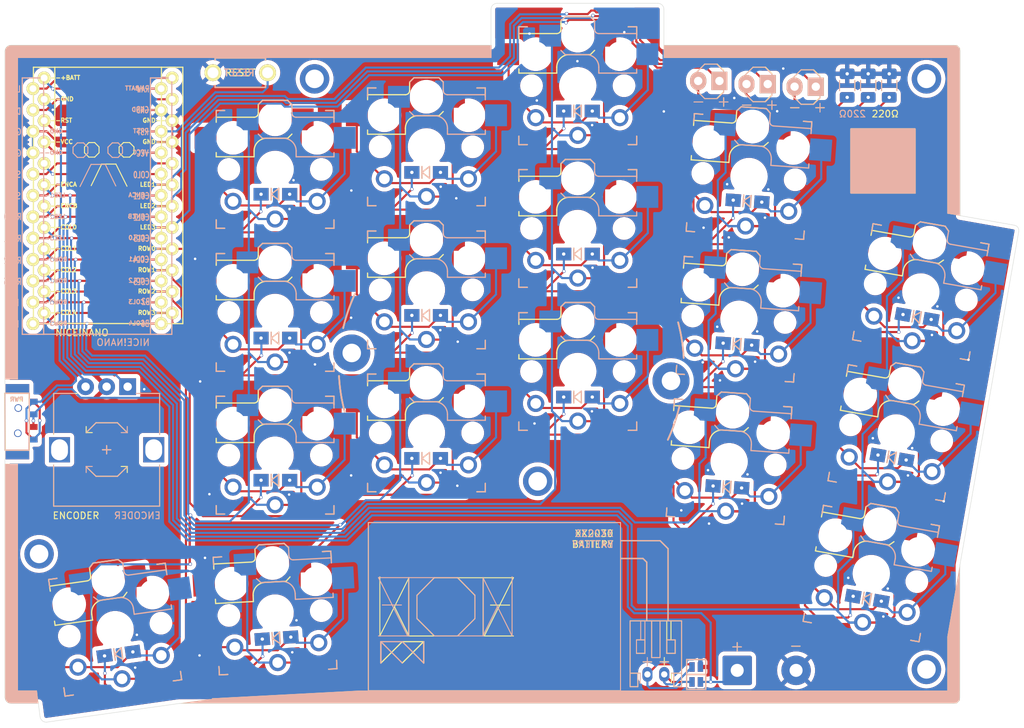
<source format=kicad_pcb>
(kicad_pcb (version 20211014) (generator pcbnew)
  (title_block (title "KLOTZ split keyboard") (date "2022-07-03") (rev "0.2") (comment 1 "Author: GEIST"))
  (layers (0 "F.Cu" signal) (31 "B.Cu" signal) (34 "B.Paste" user) (35 "F.Paste" user) (36 "B.SilkS" user "B.Silkscreen") (37 "F.SilkS" user "F.Silkscreen") (38 "B.Mask" user) (39 "F.Mask" user) (44 "Edge.Cuts" user))
  (net 0 "")
  (net 1 "row0")
  (net 2 "Net-(D1-Pad2)")
  (net 3 "Net-(D2-Pad2)")
  (net 4 "Net-(D3-Pad2)")
  (net 5 "Net-(D4-Pad2)")
  (net 6 "Net-(D5-Pad2)")
  (net 7 "row1")
  (net 8 "Net-(D6-Pad2)")
  (net 9 "Net-(D7-Pad2)")
  (net 10 "Net-(D8-Pad2)")
  (net 11 "Net-(D9-Pad2)")
  (net 12 "Net-(D10-Pad2)")
  (net 13 "row2")
  (net 14 "Net-(D11-Pad2)")
  (net 15 "Net-(D12-Pad2)")
  (net 16 "Net-(D13-Pad2)")
  (net 17 "Net-(D14-Pad2)")
  (net 18 "Net-(D15-Pad2)")
  (net 19 "row3")
  (net 20 "VCC")
  (net 21 "GND")
  (net 22 "RESET")
  (net 23 "col4")
  (net 24 "col3")
  (net 25 "col2")
  (net 26 "col1")
  (net 27 "col0")
  (net 28 "ENCA")
  (net 29 "ENCB")
  (net 30 "Net-(D16-Pad2)")
  (net 31 "LED2")
  (net 32 "unconnected-(U1-Pad1)")
  (net 33 "LED3")
  (net 34 "+BATT")
  (net 35 "Net-(D17-Pad2)")
  (net 36 "LED1")
  (net 37 "/PL1")
  (net 38 "/PL2")
  (net 39 "/PL3")
  (net 40 "unconnected-(PSW1-Pad1)")
  (net 41 "unconnected-(U1-Pad5)")
  (net 42 "unconnected-(U1-Pad20)")
  (net 43 "unconnected-(U1-Pad2)")
  (net 44 "/PAD1")
  (net 45 "/PAD2")
  (net 46 "Net-(BT2-Pad1)")
  (footprint "KLOTZ:LED_3mm_reversible" (layer "F.Cu") (at 180.251019 58.576792)
    (fp_text reference "L1" hide)
    (fp_text value "LED" hide)
  )
  (footprint "KLOTZ:Diode_SOD123" (layer "F.Cu") (at 152.97 61.38)
    (fp_text reference "D3" hide)
    (fp_text value "D_Small" hide)
  )
  (footprint "KLOTZ:Diode_SOD123" (layer "F.Cu") (at 134.92 102.67)
    (fp_text reference "D12" hide)
    (fp_text value "D_Small" hide)
  )
  (footprint "KLOTZ:Jumper" (layer "F.Cu") (at 167.025 129.25)
    (fp_text reference "JP2" hide)
    (fp_text value "Device_Jumper_NO_Small" hide)
  )
  (footprint "KLOTZ:Kailh_socket_PG1350_optional_reversible" (layer "F.Cu") (at 152.944862 58.365117)
    (fp_text reference "SW3" hide)
    (fp_text value "MX_SW_HS" hide)
  )
  (footprint "KLOTZ:Diode_SOD123" (layer "F.Cu") (at 193.285827 85.864798 -10)
    (fp_text reference "D5" hide)
    (fp_text value "D_Small" hide)
  )
  (footprint "KLOTZ:LED_3mm_reversible" (layer "F.Cu") (at 174.500504 58.188721)
    (fp_text reference "L2" hide)
    (fp_text value "LED" hide)
  )
  (footprint "KLOTZ:ResetSW" (layer "F.Cu") (at 112.82 56.82 180)
    (fp_text reference "RSW1" hide)
    (fp_text value "SW_Push" hide)
  )
  (footprint "KLOTZ:Kailh_socket_PG1350_optional_reversible" (layer "F.Cu") (at 187.836064 116.364248 -10)
    (fp_text reference "SW15" hide)
    (fp_text value "MX_SW_HS" hide)
  )
  (footprint "KLOTZ:R_1206_DoubleSided" (layer "F.Cu") (at 189.975 58.35 90)
    (fp_text reference "R3" hide)
    (fp_text value "220" hide)
  )
  (footprint "KLOTZ:Kailh_socket_PG1350_optional_reversible" (layer "F.Cu") (at 134.952431 99.641867)
    (fp_text reference "SW12" hide)
    (fp_text value "MX_SW_HS" hide)
  )
  (footprint "KLOTZ:Diode_SOD123" (layer "F.Cu") (at 116.99 88.37)
    (fp_text reference "D6" hide)
    (fp_text value "D_Small" hide)
  )
  (footprint "KLOTZ:Diode_SOD123" (layer "F.Cu") (at 134.92 85.67)
    (fp_text reference "D7" hide)
    (fp_text value "D_Small" hide)
  )
  (footprint "KLOTZ:SplitkbTentingPuck_threeholes" (layer "F.Cu") (at 145.05 91.8 -5)
    (fp_text reference "REF**" hide)
    (fp_text value "Tenting Puck" hide)
  )
  (footprint "KLOTZ:JST_PH_reversible" (layer "F.Cu") (at 163.225 128.35 180)
    (fp_text reference "BT1")
    (fp_text value "Battery_Cell" hide)
  )
  (footprint "KLOTZ:Kailh_socket_PG1350_optional_reversible" (layer "F.Cu") (at 170.937294 103.063964 -4)
    (fp_text reference "SW14" hide)
    (fp_text value "MX_SW_HS" hide)
  )
  (footprint "MountingHole:MountingHole_2.2mm_M2_ISO7380_Pad" (layer "F.Cu") (at 194.398013 57.553692)
    (fp_text reference "MH2" hide)
    (fp_text value "MountingHole" hide)
  )
  (footprint "KLOTZ:Diode_SOD123" (layer "F.Cu") (at 187.36 119.36 -10)
    (fp_text reference "D15" hide)
    (fp_text value "D_Small" hide)
  )
  (footprint "KLOTZ:Kailh_socket_PG1350_optional_reversible" (layer "F.Cu") (at 152.944862 75.334448)
    (fp_text reference "SW8" hide)
    (fp_text value "MX_SW_HS" hide)
  )
  (footprint "MountingHole:MountingHole_2.2mm_M2_ISO7380_Pad" (layer "F.Cu") (at 148.18216 105.392393)
    (fp_text reference "MH3" hide)
    (fp_text value "MountingHole" hide)
  )
  (footprint "KLOTZ:Kailh_socket_PG1350_optional_reversible" (layer "F.Cu") (at 173.301009 69.160575 -4)
    (fp_text reference "SW4" hide)
    (fp_text value "MX_SW_HS" hide)
  )
  (footprint "KLOTZ:Kailh_socket_PG1350_optional_reversible" (layer "F.Cu") (at 172.101506 86.129911 -4)
    (fp_text reference "SW9" hide)
    (fp_text value "MX_SW_HS" hide)
  )
  (footprint "KLOTZ:Kailh_socket_PG1350_optional_reversible" (layer "F.Cu") (at 152.944862 92.33906)
    (fp_text reference "SW13" hide)
    (fp_text value "MX_SW_HS" hide)
  )
  (footprint "KLOTZ:Kailh_socket_PG1350_optional_reversible" (layer "F.Cu") (at 97.944469 123.032035 8)
    (fp_text reference "SW16" hide)
    (fp_text value "MX_SW_HS" hide)
  )
  (footprint "KLOTZ:Diode_SOD123" (layer "F.Cu") (at 152.97 78.38)
    (fp_text reference "D8" hide)
    (fp_text value "D_Small" hide)
  )
  (footprint "MountingHole:MountingHole_2.2mm_M2_ISO7380_Pad" (layer "F.Cu") (at 88.9 114.03)
    (fp_text reference "MH4" hide)
    (fp_text value "MountingHole" hide)
  )
  (footprint "KLOTZ:Diode_SOD123" (layer "F.Cu") (at 171.924141 89.091414 -4)
    (fp_text reference "D9" hide)
    (fp_text value "D_Small" hide)
  )
  (footprint "KLOTZ:Kailh_socket_PG1350_optional_reversible" (layer "F.Cu") (at 116.96 102.287813)
    (fp_text reference "SW11" hide)
    (fp_text value "MX_SW_HS" hide)
  )
  (footprint "KLOTZ:R_1206_DoubleSided" (layer "F.Cu") (at 187.475 58.35 90)
    (fp_text reference "R2" hide)
    (fp_text value "220" hide)
  )
  (footprint "KLOTZ:Jumper" (layer "F.Cu") (at 167.025 127.475)
    (fp_text reference "JP4" hide)
    (fp_text value "Device_Jumper_NO_Small" hide)
  )
  (footprint "KLOTZ:Diode_SOD123" (layer "F.Cu") (at 190.311654 102.569596 -10)
    (fp_text reference "D10" hide)
    (fp_text value "D_Small" hide)
  )
  (footprint "KLOTZ:Diode_SOD123" (layer "F.Cu") (at 152.97 95.38)
    (fp_text reference "D13" hide)
    (fp_text value "D_Small" hide)
  )
  (footprint "KLOTZ:Diode_SOD123" (layer "F.Cu") (at 98.366544 125.916594 8)
    (fp_text reference "D16" hide)
    (fp_text value "D_Small" hide)
  )
  (footprint "KLOTZ:Diode_SOD123" (layer "F.Cu") (at 117.134141 124.038586 4)
    (fp_text reference "D17" hide)
    (fp_text value "D_Small" hide)
  )
  (footprint "KLOTZ:Kailh_socket_PG1350_optional_reversible" (layer "F.Cu") (at 193.72771 82.88421 -10)
    (fp_text reference "SW5" hide)
    (fp_text value "MX_SW_HS" hide)
  )
  (footprint "MountingHole:MountingHole_2.2mm_M2_ISO7380_Pad" (layer "F.Cu") (at 121.652143 57.553692)
    (fp_text reference "MH1" hide)
    (fp_text value "MountingHole" hide)
  )
  (footprint "KLOTZ:Diode_SOD123" (layer "F.Cu") (at 134.92 68.67)
    (fp_text reference "D2" hide)
    (fp_text value "D_Small" hide)
  )
  (footprint "KLOTZ:Kailh_socket_PG1350_optional_reversible" (layer "F.Cu") (at 116.96 85.318484)
    (fp_text reference "SW6" hide)
    (fp_text value "MX_SW_HS" hide)
  )
  (footprint "KLOTZ:MSK12C02_reversible" (layer "F.Cu") (at 85.025 94.435)
    (fp_text reference "PSW1" hide)
    (fp_text value "SW_DPDT_x2" hide)
  )
  (footprint "KLOTZ:Kailh_socket_PG1350_optional_reversible" (layer "F.Cu") (at 134.952431 65.632647)
    (fp_text reference "SW2" hide)
    (fp_text value "MX_SW_HS" hide)
  )
  (footprint "KLOTZ:Diode_SOD123" (layer "F.Cu") (at 116.99 105.27)
    (fp_text reference "D11" hide)
    (fp_text value "D_Small" hide)
  )
  (footprint "KLOTZ:Diode_SOD123" (layer "F.Cu") (at 116.99 71.27)
    (fp_text reference "D1" hide)
    (fp_text value "D_Small" hide)
  )
  (footprint "KLOTZ:Diode_SOD123" (layer "F.Cu") (at 173.124141 72.091414 -4)
    (fp_text reference "D4" hide)
    (fp_text value "D_Small" hide)
  )
  (footprint "KLOTZ:Kailh_socket_PG1350_optional_reversible" (layer "F.Cu") (at 116.96 68.313872)
    (fp_text reference "SW1" hide)
    (fp_text value "MX_SW_HS" hide)
  )
  (footprint "KLOTZ:Kailh_socket_PG1350_optional_reversible" (layer "F.Cu") (at 116.96 121.056395 3)
    (fp_text reference "SW17" hide)
    (fp_text value "MX_SW_HS" hide)
  )
  (footprint "MountingHole:MountingHole_2.2mm_M2_ISO7380_Pad" (layer "F.Cu") (at 194.398013 127.759458)
    (fp_text reference "MH5" hide)
    (fp_text value "MountingHole" hide)
  )
  (footprint "KLOTZ:Kailh_socket_PG1350_optional_reversible" (layer "F.Cu") (at 134.952431 82.637259)
    (fp_text reference "SW7" hide)
    (fp_text value "MX_SW_HS" hide)
  )
  (footprint "KLOTZ:ProMicro_v2" (layer "F.Cu") (at 97.0625 71.918)
    (fp_text reference "U1" hide)
    (fp_text value "nice!nano" hide)
  )
  (footprint "KLOTZ:Diode_SOD123" (layer "F.Cu") (at 170.728282 106.072828 -4)
    (fp_text reference "D14" hide)
    (fp_text value "D_Small" hide)
  )
  (footprint "Rotary_Encoder:RotaryEncoder_Alps_EC12E_Vertical_H20mm" (layer "F.Cu") (at 99.43 94.15 -90)
    (fp_text reference "SW18" hide)
    (fp_text value "RotaryEncoder" hide)
  )
  (footprint "KLOTZ:LED_3mm_reversible" (layer "F.Cu") (at 168.785254 57.800649)
    (fp_text reference "L3" hide)
    (fp_text value "LED" hide)
  )
  (footprint "KLOTZ:R_1206_DoubleSided" (layer "F.Cu") (at 184.975 58.35 90)
    (fp_text reference "R1" hide)
    (fp_text value "220" hide)
  )
  (footprint "KLOTZ:Kailh_socket_PG1350_optional_reversible" (layer "F.Cu") (at 190.799523 99.641867 -10)
    (fp_text reference "SW10" hide)
    (fp_text value "MX_SW_HS" hide)
  )
  (footprint "KLOTZ:Jumper" (layer "B.Cu") (at 167.025 129.25)
    (fp_text reference "JP3" hide)
    (fp_text value "Device_Jumper_NO_Small" hide)
  )
  (footprint "KLOTZ:custombatteryconnector" (layer "B.Cu") (at 175.3 127.875)
    (fp_text reference "BT2" hide)
    (fp_text value "Battery_Cell" hide)
  )
  (footprint "KLOTZ:Jumper" (layer "B.Cu") (at 167.025 127.475)
    (fp_text reference "JP1" hide)
    (fp_text value "Device_Jumper_NO_Small" hide)
  )
  (gr_line (start 171.9 125.6) (end 171.9 124.57248) (layer "B.SilkS") (width 0.125))
  (gr_line (start 138.663433 123.776073) (end 140.727265 121.712243) (layer "B.SilkS") (width 0.119999))
  (gr_line (start 94.180356 66.88956) (end 94.69938 66.370535) (layer "B.SilkS") (width 0.124999))
  (gr_line (start 92.934696 65.678502) (end 92.934696 65.678502) (layer "B.SilkS") (width 0.124999))
  (gr_line (start 135.9 116.85) (end 135.9 116.85) (layer "B.SilkS") (width 0.119999))
  (gr_line (start 129.708509 120.103157) (end 131.982223 120.103157) (layer "B.SilkS") (width 0.119999))
  (gr_line (start 178.358999 125) (end 179.375 125) (layer "B.SilkS") (width 0.12))
  (gr_line (start 158.075 112.45) (end 162.725 112.45) (layer "B.SilkS") (width 0.15))
  (gr_line (start 141.706709 116.85) (end 141.706709 123.776073) (layer "B.SilkS") (width 0.119999))
  (gr_line (start 98.297955 66.88956) (end 98.81698 66.370535) (layer "B.SilkS") (width 0.124999))
  (gr_line (start 161.21348 127.357999) (end 161.21348 126.341999) (layer "B.SilkS") (width 0.12))
  (gr_line (start 132.08 124.46) (end 129.54 124.46) (layer "B.SilkS") (width 0.15))
  (gr_line (start 129.54 124.46) (end 129.54 127) (layer "B.SilkS") (width 0.15))
  (gr_line (start 98.81698 66.370535) (end 98.81698 65.678502) (layer "B.SilkS") (width 0.124999))
  (gr_line (start 134.62 124.46) (end 134.62 127) (layer "B.SilkS") (width 0.15))
  (gr_poly (pts (xy 142.695732 55.065903) (xy 86.395767 55.065903) (xy 86.395767 93.280782) (xy 84.844612 93.280782) (xy 84.844612 54.184563) (xy 84.879863 54.149312) (xy 84.879863 54.043549) (xy 84.915119 54.008298) (xy 84.915119 53.973046) (xy 84.950378 53.937791) (xy 84.950378 53.902535) (xy 84.985622 53.867284) (xy 84.985622 53.832028) (xy 85.020885 53.79678) (xy 85.056129 53.79678) (xy 85.056129 53.761521) (xy 85.091392 53.726266) (xy 85.126644 53.726266) (xy 85.126644 53.691018) (xy 85.161895 53.691018) (xy 85.197151 53.655759) (xy 85.232402 53.620511) (xy 85.302909 53.620511) (xy 85.338165 53.585252) (xy 85.373413 53.585252) (xy 85.408668 53.55) (xy 142.695732 53.55)) (layer "B.SilkS") (width 0) (fill solid))
  (gr_line (start 94.69938 66.370535) (end 94.69938 65.678502) (layer "B.SilkS") (width 0.124999))
  (gr_line (start 96.43 101.65) (end 97.43 101.65) (layer "B.SilkS") (width 0.12))
  (gr_line (start 132.716806 123.776073) (end 129.253768 123.776073) (layer "B.SilkS") (width 0.119999))
  (gr_line (start 132.856727 116.85) (end 132.856727 116.85) (layer "B.SilkS") (width 0.119999))
  (gr_line (start 93.453721 66.88956) (end 94.180356 66.88956) (layer "B.SilkS") (width 0.124999))
  (gr_line (start 132.856727 116.85) (end 129.253768 116.85) (layer "B.SilkS") (width 0.119999))
  (gr_line (start 98.297955 65.159477) (end 97.605922 65.159477) (layer "B.SilkS") (width 0.124999))
  (gr_line (start 133.836171 118.94881) (end 133.836171 118.94881) (layer "B.SilkS") (width 0.119999))
  (gr_line (start 94.180356 65.159477) (end 93.453721 65.159477) (layer "B.SilkS") (width 0.124999))
  (gr_line (start 132.856727 123.776073) (end 132.856727 116.85) (layer "B.SilkS") (width 0.119999))
  (gr_poly (pts (xy 193.04 71.12) (xy 185.42 71.12) (xy 185.42 63.5) (xy 193.04 63.5)) (layer "B.SilkS") (width 0.15) (fill solid))
  (gr_line (start 96.93 101.15) (end 96.93 102.15) (layer "B.SilkS") (width 0.12))
  (gr_line (start 145.134765 123.776073) (end 141.671728 116.85) (layer "B.SilkS") (width 0.119999))
  (gr_line (start 93.453721 66.88956) (end 93.453721 66.88956) (layer "B.SilkS") (width 0.124999))
  (gr_line (start 133.836171 121.712243) (end 133.836171 121.712243) (layer "B.SilkS") (width 0.119999))
  (gr_line (start 94.180356 66.88956) (end 94.180356 66.88956) (layer "B.SilkS") (width 0.124999))
  (gr_poly (pts (xy 86.391155 130.265) (xy 88.647388 130.265) (xy 88.823657 131.816155) (xy 85.545078 131.816155) (xy 85.474567 131.780915) (xy 85.368801 131.780915) (xy 85.333553 131.74566) (xy 85.263042 131.74566) (xy 85.22779 131.710397) (xy 85.192539 131.710397) (xy 85.157283 131.675149) (xy 85.122032 131.675149) (xy 85.122032 131.639893) (xy 85.08678 131.604646) (xy 85.051517 131.604646) (xy 85.051517 131.569383) (xy 85.016273 131.534135) (xy 84.98101 131.498879) (xy 84.945766 131.463616) (xy 84.945766 131.428376) (xy 84.910507 131.393121) (xy 84.910507 131.32261) (xy 84.875251 131.287354) (xy 84.875251 131.181596) (xy 84.84 131.14634) (xy 84.84 103.331277) (xy 86.391155 103.331277)) (layer "B.SilkS") (width 0) (fill solid))
  (gr_line (start 132.08 127) (end 129.54 124.46) (layer "B.SilkS") (width 0.15))
  (gr_line (start 94.69938 66.370535) (end 94.69938 66.370535) (layer "B.SilkS") (width 0.124999))
  (gr_line (start 92.934696 66.370535) (end 93.453721 66.88956) (layer "B.SilkS") (width 0.124999))
  (gr_line (start 161.15 115.025) (end 160.7 114.575) (layer "B.SilkS") (width 0.15))
  (gr_line (start 98.297955 65.159477) (end 98.297955 65.159477) (layer "B.SilkS") (width 0.124999))
  (gr_line (start 92.934696 65.678502) (end 92.934696 66.370535) (layer "B.SilkS") (width 0.124999))
  (gr_line (start 135.9 123.776073) (end 138.663433 123.776073) (layer "B.SilkS") (width 0.119999))
  (gr_line (start 141.706709 123.776073) (end 138.628454 123.776073) (layer "B.SilkS") (width 0.119999))
  (gr_line (start 97.086897 65.678502) (end 97.086897 65.678502) (layer "B.SilkS") (width 0.124999))
  (gr_line (start 138.663433 123.776073) (end 138.663433 123.776073) (layer "B.SilkS") (width 0.119999))
  (gr_line (start 140.727265 118.94881) (end 138.663433 116.85) (layer "B.SilkS") (width 0.119999))
  (gr_line (start 163.740999 126.867001) (end 162.713479 126.867001) (layer "B.SilkS") (width 0.12))
  (gr_line (start 140.727265 118.94881) (end 140.727265 118.94881) (layer "B.SilkS") (width 0.119999))
  (gr_line (start 93.453721 65.159477) (end 93.453721 65.159477) (layer "B.SilkS") (width 0.124999))
  (gr_line (start 135.9 116.85) (end 133.836171 118.94881) (layer "B.SilkS") (width 0.119999))
  (gr_line (start 145.134765 123.776073) (end 145.134765 123.776073) (layer "B.SilkS") (width 0.119999))
  (gr_line (start 133.836171 121.712243) (end 135.9 123.776073) (layer "B.SilkS") (width 0.119999))
  (gr_line (start 138.663433 116.85) (end 135.9 116.85) (layer "B.SilkS") (width 0.119999))
  (gr_poly (pts (xy 198.072785 53.583731) (xy 198.108033 53.61899) (xy 198.178528 53.689501) (xy 198.213761 53.724756) (xy 198.249024 53.760012) (xy 198.284257 53.795267) (xy 198.319504 53.830522) (xy 198.354737 53.865782) (xy 198.39 53.901033) (xy 198.39 73.819326) (xy 196.8741 73.572546) (xy 196.8741 55.064425) (xy 163.171677 55.064425) (xy 163.171677 53.548521) (xy 197.685105 53.548479) (xy 198.037553 53.548479)) (layer "B.SilkS") (width 0) (fill solid))
  (gr_line (start 129.253768 116.85) (end 129.253768 116.85) (layer "B.SilkS") (width 0.119999))
  (gr_line (start 89.43 87.91) (end 102.1425 87.92) (layer "B.SilkS") (width 0.15))
  (gr_line (start 140.727265 121.712243) (end 140.727265 118.94881) (layer "B.SilkS") (width 0.119999))
  (gr_line (start 97.086897 66.370535) (end 97.605922 66.88956) (layer "B.SilkS") (width 0.124999))
  (gr_poly (pts (xy 198.361316 131.050783) (xy 198.361316 131.4386) (xy 198.29082 131.509111) (xy 198.255588 131.544366) (xy 198.220325 131.579622) (xy 198.185092 131.614877) (xy 198.149844 131.650133) (xy 198.114612 131.685388) (xy 198.079349 131.720651) (xy 198.044116 131.755899) (xy 198.008868 131.791154) (xy 105.609348 131.791154) (xy 109.451984 131.262353) (xy 109.451984 131.191797) (xy 126.937762 130.275201) (xy 196.880832 130.275201) (xy 196.880832 123.859048) (xy 198.361484 115.362932)) (layer "B.SilkS") (width 0) (fill solid))
  (gr_line (start 98.81698 66.370535) (end 98.81698 66.370535) (layer "B.SilkS") (width 0.124999))
  (gr_line (start 129.54 127) (end 129.54 124.46) (layer "B.SilkS") (width 0.15))
  (gr_line (start 132.856727 116.85) (end 135.934982 116.85) (layer "B.SilkS") (width 0.119999))
  (gr_line (start 163.675 113.4) (end 163.675 121.975) (layer "B.SilkS") (width 0.15))
  (gr_line (start 92.934696 66.370535) (end 92.934696 66.370535) (layer "B.SilkS") (width 0.124999))
  (gr_line (start 97.086897 66.370535) (end 97.086897 66.370535) (layer "B.SilkS") (width 0.124999))
  (gr_line (start 97.605922 65.159477) (end 97.086897 65.678502) (layer "B.SilkS") (width 0.124999))
  (gr_line (start 94.69938 65.678502) (end 94.180356 65.159477) (layer "B.SilkS") (width 0.124999))
  (gr_line (start 160.70548 126.849999) (end 161.72148 126.85) (layer "B.SilkS") (width 0.12))
  (gr_line (start 97.086897 65.678502) (end 97.086897 66.370535) (layer "B.SilkS") (width 0.124999))
  (gr_line (start 97.605922 65.159477) (end 97.605922 65.159477) (layer "B.SilkS") (width 0.124999))
  (gr_line (start 129.253768 116.85) (end 132.716806 123.776073) (layer "B.SilkS") (width 0.119999))
  (gr_line (start 171.392 125.080481) (end 172.408 125.08048) (layer "B.SilkS") (width 0.125))
  (gr_line (start 133.836171 118.94881) (end 133.836171 121.712243) (layer "B.SilkS") (width 0.119999))
  (gr_line (start 138.663433 116.85) (end 138.663433 116.85) (layer "B.SilkS") (width 0.119999))
  (gr_line (start 134.62 127) (end 132.08 124.46) (layer "B.SilkS") (width 0.15))
  (gr_line (start 97.605922 66.88956) (end 98.297955 66.88956) (layer "B.SilkS") (width 0.124999))
  (gr_line (start 95.08 67.72) (end 95.08 67.72) (layer "B.SilkS") (width 0.124999))
  (gr_line (start 94.180356 65.159477) (end 94.180356 65.159477) (layer "B.SilkS") (width 0.124999))
  (gr_line (start 97.605922 66.88956) (end 97.605922 66.88956) (layer "B.SilkS") (width 0.124999))
  (gr_line (start 145.134765 116.74506) (end 145.134765 123.776073) (layer "B.SilkS") (width 0.119999))
  (gr_line (start 96.775481 67.72) (end 96.775481 67.72) (layer "B.SilkS") (width 0.124999))
  (gr_line (start 98.81698 65.678502) (end 98.297955 65.159477) (layer "B.SilkS") (width 0.124999))
  (gr_line (start 96.775481 67.72) (end 98.021141 70.280524) (layer "B.SilkS") (width 0.124999))
  (gr_line (start 98.297955 66.88956) (end 98.297955 66.88956) (layer "B.SilkS") (width 0.124999))
  (gr_rect (start 128.05 130.3) (end 158.025 110.3) (layer "B.SilkS") (width 0.12) (fill none))
  (gr_line (start 160.7 114.575) (end 158.05 114.575) (layer "B.SilkS") (width 0.15))
  (gr_line (start 141.671727 123.776075) (end 143.385756 120.313038) (layer "B.SilkS") (width 0.119999))
  (gr_line (start 95.08 67.72) (end 96.775481 67.72) (layer "B.SilkS") (width 0.124999))
  (gr_line (start 141.706709 123.776073) (end 141.706709 123.776073) (layer "B.SilkS") (width 0.119999))
  (gr_line (start 93.765135 70.349728) (end 95.08 67.72) (layer "B.SilkS") (width 0.124999))
  (gr_line (start 135.9 123.776073) (end 135.9 123.776073) (layer "B.SilkS") (width 0.119999))
  (gr_line (start 93.453721 65.159477) (end 92.934696 65.678502) (layer "B.SilkS") (width 0.124999))
  (gr_line (start 132.716806 123.776073) (end 132.716806 123.776073) (layer "B.SilkS") (width 0.119999))
  (gr_line (start 161.15 121.95) (end 161.15 115.025) (layer "B.SilkS") (width 0.15))
  (gr_line (start 162.725 112.45) (end 163.675 113.4) (layer "B.SilkS") (width 0.15))
  (gr_line (start 99.662117 66.854958) (end 100.181142 66.335933) (layer "F.SilkS") (width 0.124999))
  (gr_poly (pts (xy 86.386125 130.258845) (xy 88.642358 130.258845) (xy 88.818627 131.81) (xy 85.540048 131.81) (xy 85.469537 131.77476) (xy 85.363771 131.77476) (xy 85.328523 131.739505) (xy 85.258012 131.739505) (xy 85.22276 131.704242) (xy 85.187509 131.704242) (xy 85.152253 131.668994) (xy 85.117002 131.668994) (xy 85.117002 131.633738) (xy 85.08175 131.598491) (xy 85.046487 131.598491) (xy 85.046487 131.563228) (xy 85.011243 131.52798) (xy 84.97598 131.492724) (xy 84.940736 131.457461) (xy 84.940736 131.422221) (xy 84.905477 131.386966) (xy 84.905477 131.316455) (xy 84.870221 131.281199) (xy 84.870221 131.175441) (xy 84.83497 131.140185) (xy 84.83497 103.325122) (xy 86.386125 103.325122)) (layer "F.SilkS") (width 0) (fill solid))
  (gr_line (start 132.840218 123.786845) (end 132.840218 116.860772) (layer "F.SilkS") (width 0.119999))
  (gr_line (start 140.710756 118.959582) (end 138.646927 116.860772) (layer "F.SilkS") (width 0.119999))
  (gr_line (start 98.935482 66.854958) (end 98.935482 66.854958) (layer "F.SilkS") (width 0.124999))
  (gr_line (start 141.6902 116.860772) (end 141.6902 116.860772) (layer "F.SilkS") (width 0.119999))
  (gr_line (start 135.918473 123.786845) (end 132.840218 123.786845) (layer "F.SilkS") (width 0.119999))
  (gr_line (start 145.293159 116.860772) (end 141.6902 116.860772) (layer "F.SilkS") (width 0.119999))
  (gr_line (start 163.675 113.4) (end 163.675 121.95) (layer "F.SilkS") (width 0.15))
  (gr_poly (pts (xy 193.04 71.12) (xy 185.42 71.12) (xy 185.42 63.5) (xy 193.04 63.5)) (layer "F.SilkS") (width 0.15) (fill solid))
  (gr_line (start 99.662117 65.124875) (end 99.662117 65.124875) (layer "F.SilkS") (width 0.124999))
  (gr_line (start 96.340357 67.685398) (end 98.035838 67.685398) (layer "F.SilkS") (width 0.124999))
  (gr_line (start 138.646927 116.860772) (end 138.646927 116.860772) (layer "F.SilkS") (width 0.119999))
  (gr_line (start 100.181142 66.335933) (end 100.181142 65.6439) (layer "F.SilkS") (width 0.124999))
  (gr_line (start 132.840218 123.786845) (end 132.840218 123.786845) (layer "F.SilkS") (width 0.119999))
  (gr_line (start 140.710756 118.959582) (end 140.710756 118.959582) (layer "F.SilkS") (width 0.119999))
  (gr_line (start 95.094697 70.245922) (end 96.340357 67.685398) (layer "F.SilkS") (width 0.124999))
  (gr_line (start 90.7689 56.17) (end 103.4489 56.17) (layer "F.SilkS") (width 0.15))
  (gr_line (start 90.7689 86.625) (end 103.4489 86.65) (layer "F.SilkS") (width 0.15))
  (gr_line (start 178.367 125) (end 179.383001 125) (layer "F.SilkS") (width 0.12))
  (gr_line (start 98.935482 65.124875) (end 98.935482 65.124875) (layer "F.SilkS") (width 0.124999))
  (gr_line (start 133.819662 121.723015) (end 135.883494 123.786845) (layer "F.SilkS") (width 0.119999))
  (gr_line (start 98.416458 66.335933) (end 98.416458 66.335933) (layer "F.SilkS") (width 0.124999))
  (gr_line (start 98.416458 65.6439) (end 98.416458 66.335933) (layer "F.SilkS") (width 0.124999))
  (gr_line (start 100.181142 65.6439) (end 99.662117 65.124875) (layer "F.SilkS") (width 0.124999))
  (gr_line (start 138.646927 116.860772) (end 135.883494 116.860772) (layer "F.SilkS") (width 0.119999))
  (gr_line (start 94.298858 65.6439) (end 94.298858 66.335933) (layer "F.SilkS") (width 0.124999))
  (gr_line (start 138.646927 123.786845) (end 140.710756 121.723015) (layer "F.SilkS") (width 0.119999))
  (gr_line (start 95.509916 65.124875) (end 95.509916 65.124875) (layer "F.SilkS") (width 0.124999))
  (gr_line (start 96.340357 67.685398) (end 96.340357 67.685398) (layer "F.SilkS") (width 0.124999))
  (gr_line (start 94.817883 66.854958) (end 95.509916 66.854958) (layer "F.SilkS") (width 0.124999))
  (gr_line (start 133.819662 118.959582) (end 133.819662 121.723015) (layer "F.SilkS") (width 0.119999))
  (gr_line (start 129.412162 123.786845) (end 129.412162 116.755832) (layer "F.SilkS") (width 0.119999))
  (gr_line (start 98.416458 66.335933) (end 98.935482 66.854958) (layer "F.SilkS") (width 0.124999))
  (gr_line (start 135.883494 116.860772) (end 135.883494 116.860772) (layer "F.SilkS") (width 0.119999))
  (gr_line (start 171.9 124.57248) (end 171.900001 125.6) (layer "F.SilkS") (width 0.12))
  (gr_line (start 141.830121 123.786845) (end 141.830121 123.786845) (layer "F.SilkS") (width 0.119999))
  (gr_poly (pts (xy 198.082785 53.583799) (xy 198.118033 53.619058) (xy 198.188528 53.689569) (xy 198.223761 53.724824) (xy 198.259024 53.76008) (xy 198.294257 53.795335) (xy 198.329504 53.83059) (xy 198.364737 53.86585) (xy 198.4 53.901101) (xy 198.4 73.819394) (xy 196.8841 73.572614) (xy 196.8841 55.064493) (xy 163.181677 55.064493) (xy 163.181677 53.548589) (xy 197.695105 53.548547) (xy 198.047553 53.548547)) (layer "F.SilkS") (width 0) (fill solid))
  (gr_line (start 140.710756 121.723015) (end 140.710756 118.959582) (layer "F.SilkS") (width 0.119999))
  (gr_poly (pts (xy 198.361472 131.059629) (xy 198.361472 131.447446) (xy 198.290976 131.517957) (xy 198.255744 131.553212) (xy 198.220481 131.588468) (xy 198.185248 131.623723) (xy 198.15 131.658979) (xy 198.114768 131.694234) (xy 198.079505 131.729497) (xy 198.044272 131.764745) (xy 198.009024 131.8) (xy 105.609504 131.8) (xy 109.45214 131.271199) (xy 109.45214 131.200643) (xy 126.937918 130.284047) (xy 196.880988 130.284047) (xy 196.880988 123.867894) (xy 198.36164 115.371778)) (layer "F.SilkS") (width 0) (fill solid))
  (gr_line (start 99.662117 65.124875) (end 98.935482 65.124875) (layer "F.SilkS") (width 0.124999))
  (gr_line (start 138.646927 123.786845) (end 138.646927 123.786845) (layer "F.SilkS") (width 0.119999))
  (gr_line (start 160.7 114.575) (end 158.05 114.575) (layer "F.SilkS") (width 0.15))
  (gr_line (start 95.509916 66.854958) (end 96.028941 66.335933) (layer "F.SilkS") (width 0.124999))
  (gr_line (start 94.817883 65.124875) (end 94.298858 65.6439) (layer "F.SilkS") (width 0.124999))
  (gr_line (start 134.62 124.46) (end 134.62 127) (layer "F.SilkS") (width 0.15))
  (gr_line (start 129.412162 123.786845) (end 129.412162 123.786845) (layer "F.SilkS") (width 0.119999))
  (gr_line (start 96.028941 65.6439) (end 95.509916 65.124875) (layer "F.SilkS") (width 0.124999))
  (gr_line (start 171.367 125.086241) (end 172.383 125.08624) (layer "F.SilkS") (width 0.12))
  (gr_line (start 96.028941 65.6439) (end 96.028941 65.6439) (layer "F.SilkS") (width 0.124999))
  (gr_line (start 135.883494 123.786845) (end 138.646927 123.786845) (layer "F.SilkS") (width 0.119999))
  (gr_line (start 161.733001 126.867001) (end 160.705481 126.867001) (layer "F.SilkS") (width 0.12))
  (gr_line (start 163.233 126.341999) (end 163.233 127.357999) (layer "F.SilkS") (width 0.12))
  (gr_line (start 94.298858 66.335933) (end 94.298858 66.335933) (layer "F.SilkS") (width 0.124999))
  (gr_line (start 138.611945 116.860772) (end 141.6902 116.860772) (layer "F.SilkS") (width 0.119999))
  (gr_line (start 98.935482 66.854958) (end 99.662117 66.854958) (layer "F.SilkS") (width 0.124999))
  (gr_line (start 100.181142 66.335933) (end 100.181142 66.335933) (layer "F.SilkS") (width 0.124999))
  (gr_line (start 133.819662 118.959582) (end 133.819662 118.959582) (layer "F.SilkS") (width 0.119999))
  (gr_line (start 141.830121 123.786845) (end 145.293159 116.860772) (layer "F.SilkS") (width 0.119999))
  (gr_line (start 161.15 121.975) (end 161.15 115.025) (layer "F.SilkS") (width 0.15))
  (gr_line (start 145.293159 116.860772) (end 145.293159 116.860772) (layer "F.SilkS") (width 0.119999))
  (gr_line (start 96.028941 66.335933) (end 96.028941 66.335933) (layer "F.SilkS") (width 0.124999))
  (gr_line (start 94.817883 65.124875) (end 94.817883 65.124875) (layer "F.SilkS") (width 0.124999))
  (gr_line (start 99.662117 66.854958) (end 99.662117 66.854958) (layer "F.SilkS") (width 0.124999))
  (gr_line (start 132.875199 116.860772) (end 129.412162 123.786845) (layer "F.SilkS") (width 0.119999))
  (gr_line (start 95.509916 66.854958) (end 95.509916 66.854958) (layer "F.SilkS") (width 0.124999))
  (gr_line (start 142.564704 120.113929) (end 144.838418 120.113929) (layer "F.SilkS") (width 0.119999))
  (gr_line (start 132.08 124.46) (end 129.54 127) (layer "F.SilkS") (width 0.15))
  (gr_line (start 96.028941 66.335933) (end 96.028941 65.6439) (layer "F.SilkS") (width 0.124999))
  (gr_poly (pts (xy 142.69112 55.05445) (xy 86.391155 55.05445) (xy 86.391155 93.269329) (xy 84.84 93.269329) (xy 84.84 54.17311) (xy 84.875251 54.137859) (xy 84.875251 54.032096) (xy 84.910507 53.996845) (xy 84.910507 53.961593) (xy 84.945766 53.926338) (xy 84.945766 53.891082) (xy 84.98101 53.855831) (xy 84.98101 53.820575) (xy 85.016273 53.785327) (xy 85.051517 53.785327) (xy 85.051517 53.750068) (xy 85.08678 53.714813) (xy 85.122032 53.714813) (xy 85.122032 53.679565) (xy 85.157283 53.679565) (xy 85.192539 53.644306) (xy 85.22779 53.609058) (xy 85.298297 53.609058) (xy 85.333553 53.573799) (xy 85.368801 53.573799) (xy 85.404056 53.538547) (xy 142.69112 53.538547)) (layer "F.SilkS") (width 0) (fill solid))
  (gr_line (start 135.883494 116.860772) (end 133.819662 118.959582) (layer "F.SilkS") (width 0.119999))
  (gr_line (start 100.181142 65.6439) (end 100.181142 65.6439) (layer "F.SilkS") (width 0.124999))
  (gr_line (start 98.035838 67.685398) (end 98.035838 67.685398) (layer "F.SilkS") (width 0.124999))
  (gr_line (start 162.725 126.85) (end 163.741 126.849999) (layer "F.SilkS") (width 0.12))
  (gr_line (start 94.298858 66.335933) (end 94.817883 66.854958) (layer "F.SilkS") (width 0.124999))
  (gr_line (start 162.725 112.45) (end 163.675 113.4) (layer "F.SilkS") (width 0.15))
  (gr_line (start 145.293159 123.786845) (end 141.830121 123.786845) (layer "F.SilkS") (width 0.119999))
  (gr_line (start 95.509916 65.124875) (end 94.817883 65.124875) (layer "F.SilkS") (width 0.124999))
  (gr_rect (start 128.05 110.3) (end 158.025 130.3) (layer "F.SilkS") (width 0.12) (fill none))
  (gr_line (start 131.161171 120.32381) (end 132.8752 123.786847) (layer "F.SilkS") (width 0.119999))
  (gr_line (start 134.62 124.46) (end 132.08 124.46) (layer "F.SilkS") (width 0.15))
  (gr_line (start 135.883494 123.786845) (end 135.883494 123.786845) (layer "F.SilkS") (width 0.119999))
  (gr_line (start 134.62 127) (end 134.62 124.46) (layer "F.SilkS") (width 0.15))
  (gr_line (start 129.54 127) (end 129.54 124.46) (layer "F.SilkS") (width 0.15))
  (gr_line (start 161.15 115.025) (end 160.7 114.575) (layer "F.SilkS") (width 0.15))
  (gr_line (start 158.1 112.45) (end 162.725 112.45) (layer "F.SilkS") (width 0.15))
  (gr_line (start 98.035838 67.685398) (end 99.350703 70.315126) (layer "F.SilkS") (width 0.124999))
  (gr_line (start 134.62 124.46) (end 132.08 127) (layer "F.SilkS") (width 0.15))
  (gr_line (start 141.6902 116.860772) (end 141.6902 123.786845) (layer "F.SilkS") (width 0.119999))
  (gr_line (start 140.710756 121.723015) (end 140.710756 121.723015) (layer "F.SilkS") (width 0.119999))
  (gr_line (start 94.817883 66.854958) (end 94.817883 66.854958) (layer "F.SilkS") (width 0.124999))
  (gr_line (start 98.935482 65.124875) (end 98.416458 65.6439) (layer "F.SilkS") (width 0.124999))
  (gr_line (start 198.401458 73.810834) (end 198.401458 54.258125) (layer "Edge.Cuts") (width 0.05))
  (gr_line (start 204.830833 74.948542) (end 204.830833 74.948542) (layer "Edge.Cuts") (width 0.05))
  (gr_line (start 204.830833 74.948542) (end 204.830833 74.948542) (layer "Edge.Cuts") (width 0.05))
  (gr_line (start 85.556667 131.8075) (end 88.811042 131.8075) (layer "Edge.Cuts") (width 0.05))
  (gr_line (start 105.559167 131.8075) (end 197.660625 131.8075) (layer "Edge.Cuts") (width 0.05))
  (gr_curve (pts (xy 85.556667 53.54375) (xy 85.159792 53.54375) (xy 84.842292 53.86125) (xy 84.842292 54.258125)) (layer "Edge.Cuts") (width 0.05))
  (gr_line (start 89.79 134.03) (end 105.559167 131.8075) (layer "Edge.Cuts") (width 0.05))
  (gr_curve (pts (xy 84.842292 131.093125) (xy 84.842292 131.49) (xy 85.159792 131.8075) (xy 85.556667 131.8075)) (layer "Edge.Cuts") (width 0.05))
  (gr_curve (pts (xy 205.36 75.76875) (xy 205.465833 75.371875) (xy 205.227708 75.001459) (xy 204.830833 74.948542)) (layer "Edge.Cuts") (width 0.05))
  (gr_line (start 142.627292 53.54375) (end 85.556667 53.54375) (layer "Edge.Cuts") (width 0.05))
  (gr_line (start 198.375 115.350417) (end 199.142292 111.01125) (layer "Edge.Cuts") (width 0.05))
  (gr_line (start 198.375 131.093125) (end 198.375 115.350417) (layer "Edge.Cuts") (width 0.05))
  (gr_line (start 84.842292 54.258125) (end 84.842292 131.093125) (layer "Edge.Cuts") (width 0.05))
  (gr_curve (pts (xy 143.341667 48.569584) (xy 142.944792 48.569584) (xy 142.627292 48.887084) (xy 142.627292 49.283959)) (layer "Edge.Cuts") (width 0.05))
  (gr_curve (pts (xy 89.022708 133.421459) (xy 89.102083 133.818334) (xy 89.446042 134.056459) (xy 89.79 134.03)) (layer "Edge.Cuts") (width 0.05))
  (gr_curve (pts (xy 197.660625 131.8075) (xy 198.0575 131.8075) (xy 198.375 131.49) (xy 198.375 131.093125)) (layer "Edge.Cuts") (width 0.05))
  (gr_line (start 142.627292 49.283959) (end 142.627292 53.54375) (layer "Edge.Cuts") (width 0.05))
  (gr_line (start 88.811042 131.8075) (end 89.022708 133.421459) (layer "Edge.Cuts") (width 0.05))
  (gr_line (start 199.142292 111.01125) (end 205.36 75.76875) (layer "Edge.Cuts") (width 0.05))
  (gr_line (start 163.185417 53.54375) (end 163.185417 49.283959) (layer "Edge.Cuts") (width 0.05))
  (gr_line (start 162.471042 48.569584) (end 143.341667 48.569584) (layer "Edge.Cuts") (width 0.05))
  (gr_curve (pts (xy 163.185417 49.283959) (xy 163.185417 48.887084) (xy 162.867917 48.569584) (xy 162.471042 48.569584)) (layer "Edge.Cuts") (width 0.05))
  (gr_line (start 204.830833 74.948542) (end 198.401458 73.810834) (layer "Edge.Cuts") (width 0.05))
  (gr_line (start 197.687083 53.54375) (end 163.185417 53.54375) (layer "Edge.Cuts") (width 0.05))
  (gr_curve (pts (xy 198.401458 54.258125) (xy 198.401458 53.86125) (xy 198.083958 53.54375) (xy 197.687083 53.54375)) (layer "Edge.Cuts") (width 0.05))
  (gr_text "PWR" (at 86.24 95.65) (layer "B.SilkS") (effects (font (size 0.5 0.5) (thickness 0.125)) (justify mirror)))
  (gr_text "LED2--" (at 88.86 73.93728) (layer "B.SilkS") (effects (font (size 0.5 0.5) (thickness 0.125)) (justify right mirror)))
  (gr_text "220Ω" (at 183.91 61.72) (layer "B.SilkS") (effects (font (size 0.8 0.8) (thickness 0.125)) (justify right mirror)))
  (gr_text "--COL4" (at 102.76 86.59728) (layer "B.SilkS") (effects (font (size 0.5 0.5) (thickness 0.125)) (justify left mirror)))
  (gr_text "--COL1" (at 102.76 78.98) (layer "B.SilkS") (effects (font (size 0.5 0.5) (thickness 0.125)) (justify left mirror)))
  (gr_text "ROW1--" (at 88.86 81.55728) (layer "B.SilkS") (effects (font (size 0.5 0.5) (thickness 0.125)) (justify right mirror)))
  (gr_text "--GND" (at 102.76 61.20637) (layer "B.SilkS") (effects (font (size 0.5 0.5) (thickness 0.125)) (justify left mirror)))
  (gr_text "--VCC" (at 102.76 66.28455) (layer "B.SilkS") (effects (font (size 0.5 0.5) (thickness 0.125)) (justify left mirror)))
  (gr_text "LED3--" (at 88.86 76.47728) (layer "B.SilkS") (effects (font (size 0.5 0.5) (thickness 0.125)) (justify right mirror)))
  (gr_text "--ENCB" (at 102.76 73.90182) (layer "B.SilkS") (effects (font (size 0.5 0.5) (thickness 0.125)) (justify left mirror)))
  (gr_text "ROW0--" (at 88.86 79.01728) (layer "B.SilkS") (effects (font (size 0.5 0.5) (thickness 0.125)) (justify right mirror)))
  (gr_text "LED1--" (at 88.86 71.39728) (layer "B.SilkS") (effects (font (size 0.5 0.5) (thickness 0.125)) (justify right mirror)))
  (gr_text "--COL0" (at 102.76 76.44091) (layer "B.SilkS") (effects (font (size 0.5 0.5) (thickness 0.125)) (justify left mirror)))
  (gr_text "--RST" (at 102.76 63.74546) (layer "B.SilkS") (effects (font (size 0.5 0.5) (thickness 0.125)) (justify left mirror)))
  (gr_text "ENCODER" (at 103.43 109.475) (layer "B.SilkS") (effects (font (size 0.8 0.8) (thickness 0.125)) (justify left mirror)))
  (gr_text "XX2030\nBATTERY\n" (at 157.27 112.25) (layer "B.SilkS") (effects (font (size 0.8 0.8) (thickness 0.125)) (justify left mirror)))
  (gr_text "ROW3--" (at 88.86 86.63728) (layer "B.SilkS") (effects (font (size 0.5 0.5) (thickness 0.125)) (justify right mirror)))
  (gr_text "--COL3" (at 102.76 84.05818) (layer "B.SilkS") (effects (font (size 0.5 0.5) (thickness 0.125)) (justify left mirror)))
  (gr_text "--COL2" (at 102.76 81.51909) (layer "B.SilkS") (effects (font (size 0.5 0.5) (thickness 0.125)) (justify left mirror)))
  (gr_text "--ENCA" (at 102.76 71.36273) (layer "B.SilkS") (effects (font (size 0.5 0.5) (thickness 0.125)) (justify left mirror)))
  (gr_text "GND--" (at 88.86 66.31728) (layer "B.SilkS") (effects (font (size 0.5 0.5) (thickness 0.125)) (justify right mirror)))
  (gr_text "--+BATT" (at 102.76 58.66728) (layer "B.SilkS") (effects (font (size 0.5 0.5) (thickness 0.125)) (justify left mirror)))
  (gr_text "GND--" (at 88.86 63.77728) (layer "B.SilkS") (effects (font (size 0.5 0.5) (thickness 0.125)) (justify right mirror)))
  (gr_text "ROW2--" (at 88.86 84.09728) (layer "B.SilkS") (effects (font (size 0.5 0.5) (thickness 0.125)) (justify right mirror)))
  (gr_text "NICE!NANO" (at 102.14 88.89) (layer "B.SilkS") (effects (font (size 0.8 0.8) (thickness 0.125)) (justify left mirror)))
  (gr_text "ENCODER" (at 90.45 109.475) (layer "F.SilkS") (effects (font (size 0.8 0.8) (thickness 0.125)) (justify left)))
  (gr_text "--ENCB" (at 90.15 72.64454) (layer "F.SilkS") (effects (font (size 0.5 0.5) (thickness 0.125)) (justify left)))
  (gr_text "LED1--" (at 104.06 70.11) (layer "F.SilkS") (effects (font (size 0.5 0.5) (thickness 0.125)) (justify right)))
  (gr_text "220Ω" (at 191.18 61.72) (layer "F.SilkS") (effects (font (size 0.8 0.8) (thickness 0.125)) (justify right)))
  (gr_text "ROW2--" (at 104.06 82.81) (layer "F.SilkS") (effects (font (size 0.5 0.5) (thickness 0.125)) (justify right)))
  (gr_text "XX2030\nBATTERY\n" (at 157.25 112.25) (layer "F.SilkS") (effects (font (size 0.8 0.8) (thickness 0.125)) (justify right)))
  (gr_text "ROW3--" (at 104.06 85.35) (layer "F.SilkS") (effects (font (size 0.5 0.5) (thickness 0.125)) (justify right)))
  (gr_text "--COL0" (at 90.15 75.18363) (layer "F.SilkS") (effects (font (size 0.5 0.5) (thickness 0.125)) (justify left)))
  (gr_text "--VCC" (at 90.15 65.02727) (layer "F.SilkS") (effects (font (size 0.5 0.5) (thickness 0.125)) (justify left)))
  (gr_text "--GND" (at 90.15 59.94909) (layer "F.SilkS") (effects (font (size 0.5 0.5) (thickness 0.125)) (justify left)))
  (gr_text "ROW0--" (at 104.06 77.73) (layer "F.SilkS") (effects (font (size 0.5 0.5) (thickness 0.125)) (justify right)))
  (gr_text "LED2--" (at 104.06 72.65) (layer "F.SilkS") (effects (font (size 0.5 0.5) (thickness 0.125)) (justify right)))
  (gr_text "NICE!NANO" (at 90.75 87.725) (layer "F.SilkS") (effects (font (size 0.8 0.8) (thickness 0.125)) (justify left)))
  (gr_text "--COL3" (at 90.15 82.8009) (layer "F.SilkS") (effects (font (size 0.5 0.5) (thickness 0.125)) (justify left)))
  (gr_text "GND--" (at 104.06 65.03) (layer "F.SilkS") (effects (font (size 0.5 0.5) (thickness 0.125)) (justify right)))
  (gr_text "--+BATT" (at 90.15 57.41) (layer "F.SilkS") (effects (font (size 0.5 0.5) (thickness 0.125)) (justify left)))
  (gr_text "LED3--" (at 104.06 75.19) (layer "F.SilkS") (effects (font (size 0.5 0.5) (thickness 0.125)) (justify right)))
  (gr_text "--COL4" (at 90.15 85.34) (layer "F.SilkS") (effects (font (size 0.5 0.5) (thickness 0.125)) (justify left)))
  (gr_text "--ENCA" (at 90.15 70.10545) (layer "F.SilkS") (effects (font (size 0.5 0.5) (thickness 0.125)) (justify left)))
  (gr_text "ROW1--" (at 104.06 80.27) (layer "F.SilkS") (effects (font (size 0.5 0.5) (thickness 0.125)) (justify right)))
  (gr_text "PWR" (at 86.24 95.65) (layer "F.SilkS") (effects (font (size 0.5 0.5) (thickness 0.125))))
  (gr_text "--RST" (at 90.15 62.48818) (layer "F.SilkS") (effects (font (size 0.5 0.5) (thickness 0.125)) (justify left)))
  (gr_text "--COL1" (at 90.15 77.72272) (layer "F.SilkS") (effects (font (size 0.5 0.5) (thickness 0.125)) (justify left)))
  (gr_text "GND--" (at 104.06 62.49) (layer "F.SilkS") (effects (font (size 0.5 0.5) (thickness 0.125)) (justify right)))
  (gr_text "--COL2" (at 90.15 80.26181) (layer "F.SilkS") (effects (font (size 0.5 0.5) (thickness 0.125)) (justify left)))
  (segment (start 104.7189 77.76) (end 91.03546 77.76) (width 0.25) (layer "F.Cu") (net 1))
  (segment (start 148.8245 65.9) (end 151.27 63.4545) (width 0.25) (layer "F.Cu") (net 1))
  (segment (start 168.05 77.2) (end 168.3245 77.2) (width 0.25) (layer "F.Cu") (net 1))
  (segment (start 112.7845 75.8) (end 115.26 73.3245) (width 0.25) (layer "F.Cu") (net 1))
  (segment (start 180.3 77.2) (end 185.856415 82.756415) (width 0.25) (layer "F.Cu") (net 1))
  (segment (start 89.76546 79.03) (end 88.1725 79.03) (width 0.25) (layer "F.Cu") (net 1))
  (segment (start 130.7745 73.1) (end 133.21 70.6645) (width 0.25) (layer "F.Cu") (net 1))
  (segment (start 91.03546 77.76) (end 89.76546 79.03) (width 0.25) (layer "F.Cu") (net 1))
  (segment (start 111.06 75.8) (end 124.3 75.8) (width 0.25) (layer "F.Cu") (net 1))
  (segment (start 160.758323 65.9) (end 166.7 71.841676) (width 0.25) (layer "F.Cu") (net 1))
  (segment (start 111.06 75.8) (end 112.7845 75.8) (width 0.25) (layer "F.Cu") (net 1))
  (segment (start 168.05 77.2) (end 180.3 77.2) (width 0.25) (layer "F.Cu") (net 1))
  (segment (start 107.34 77.76) (end 104.7189 77.76) (width 0.25) (layer "F.Cu") (net 1))
  (segment (start 185.856415 82.756415) (end 185.856415 86.456415) (width 0.25) (layer "F.Cu") (net 1))
  (segment (start 146.36 65.9) (end 147.12 65.9) (width 0.25) (layer "F.Cu") (net 1))
  (segment (start 166.7 76.125) (end 167.775 77.2) (width 0.25) (layer "F.Cu") (net 1))
  (segment (start 139.16 73.1) (end 146.36 65.9) (width 0.25) (layer "F.Cu") (net 1))
  (segment (start 147.12 65.9) (end 148.8245 65.9) (width 0.25) (layer "F.Cu") (net 1))
  (segment (start 167.775 77.2) (end 168.05 77.2) (width 0.25) (layer "F.Cu") (net 1))
  (segment (start 109.3 75.8) (end 111.06 75.8) (width 0.25) (layer "F.Cu") (net 1))
  (segment (start 127 73.1) (end 129.6 73.1) (width 0.25) (layer "F.Cu") (net 1))
  (segment (start 168.3245 77.2) (end 171.41 74.1145) (width 0.25) (layer "F.Cu") (net 1))
  (segment (start 109.3 75.8) (end 107.34 77.76) (width 0.25) (layer "F.Cu") (net 1))
  (segment (start 127 73.1) (end 130.7745 73.1) (width 0.25) (layer "F.Cu") (net 1))
  (segment (start 124.3 75.8) (end 127 73.1) (width 0.25) (layer "F.Cu") (net 1))
  (segment (start 187.05 87.65) (end 191.1055 87.65) (width 0.25) (layer "F.Cu") (net 1))
  (segment (start 185.856415 86.456415) (end 187.05 87.65) (width 0.25) (layer "F.Cu") (net 1))
  (segment (start 129.6 73.1) (end 139.16 73.1) (width 0.25) (layer "F.Cu") (net 1))
  (segment (start 166.7 71.841676) (end 166.7 76.125) (width 0.25) (layer "F.Cu") (net 1))
  (segment (start 147.12 65.9) (end 160.758323 65.9) (width 0.25) (layer "F.Cu") (net 1))
  (via (at 133.21 70.6645) (size 0.4) (drill 0.3) (layers "F.Cu" "B.Cu") (net 1))
  (via (at 191.1055 87.65) (size 0.4) (drill 0.3) (layers "F.Cu" "B.Cu") (net 1))
  (via (at 171.41 74.1145) (size 0.4) (drill 0.3) (layers "F.Cu" "B.Cu") (net 1))
  (via (at 115.26 73.3245) (size 0.4) (drill 0.3) (layers "F.Cu" "B.Cu") (net 1))
  (via (at 151.27 63.4545) (size 0.4) (drill 0.3) (layers "F.Cu" "B.Cu") (net 1))
  (segment (start 151.27 63.4545) (end 151.27 61.38) (width 0.25) (layer "B.Cu") (net 1))
  (segment (start 171.41 74.1145) (end 171.41 71.99111) (width 0.25) (layer "B.Cu") (net 1))
  (segment (start 133.21 70.54) (end 133.21 68.68) (width 0.25) (layer "B.Cu") (net 1))
  (segment (start 133.21 70.6645) (end 133.21 70.54) (width 0.25) (layer "B.Cu") (net 1))
  (segment (start 115.26 73.3245) (end 115.26 73.185) (width 0.25) (layer "B.Cu") (net 1))
  (segment (start 115.26 73.185) (end 115.26 71.3) (width 0.25) (layer "B.Cu") (net 1))
  (segment (start 191.1055 87.65) (end 191.1055 86.07575) (width 0.25) (layer "B.Cu") (net 1))
  (segment (start 108.675 68.825) (end 111.95 72.1) (width 0.25) (layer "F.Cu") (net 2))
  (segment (start 117.36 72.6) (end 118.69 71.27) (width 0.25) (layer "F.Cu") (net 2))
  (segment (start 112.446128 72.6) (end 117.36 72.6) (width 0.25) (layer "F.Cu") (net 2))
  (segment (start 108.675 64.55) (end 108.675 68.825) (width 0.25) (layer "F.Cu") (net 2))
  (segment (start 121.95 72.1) (end 125.225 68.825) (width 0.25) (layer "B.Cu") (net 2))
  (segment (start 119.533872 72.113872) (end 118.69 71.27) (width 0.25) (layer "B.Cu") (net 2))
  (segment (start 121.96 72.113872) (end 119.533872 72.113872) (width 0.25) (layer "B.Cu") (net 2))
  (segment (start 125.225 68.825) (end 125.225 64.55) (width 0.25) (layer "B.Cu") (net 2))
  (segment (start 130.459784 69.94) (end 135.35 69.94) (width 0.25) (layer "F.Cu") (net 3))
  (segment (start 135.35 69.94) (end 136.62 68.67) (width 0.25) (layer "F.Cu") (net 3))
  (segment (start 126.675 61.9) (end 126.675 66.175) (width 0.25) (layer "F.Cu") (net 3))
  (segment (start 126.675 66.175) (end 129.95 69.45) (width 0.25) (layer "F.Cu") (net 3))
  (segment (start 139.952431 69.432647) (end 137.382647 69.432647) (width 0.25) (layer "B.Cu") (net 3))
  (segment (start 137.382647 69.432647) (end 136.62 68.67) (width 0.25) (layer "B.Cu") (net 3))
  (segment (start 143.225 66.175) (end 139.95 69.45) (width 0.25) (layer "B.Cu") (net 3))
  (segment (start 143.225 61.9) (end 143.225 66.175) (width 0.25) (layer "B.Cu") (net 3))
  (segment (start 144.725 58.875) (end 148 62.15) (width 0.25) (layer "F.Cu") (net 4))
  (segment (start 153.32 62.73) (end 154.67 61.38) (width 0.25) (layer "F.Cu") (net 4))
  (segment (start 148.509745 62.73) (end 153.32 62.73) (width 0.25) (layer "F.Cu") (net 4))
  (segment (start 144.725 54.6) (end 144.725 58.875) (width 0.25) (layer "F.Cu") (net 4))
  (segment (start 161.275 54.6) (end 161.275 58.875) (width 0.25) (layer "B.Cu") (net 4))
  (segment (start 157.944862 62.165117) (end 155.455117 62.165117) (width 0.25) (layer "B.Cu") (net 4))
  (segment (start 155.455117 62.165117) (end 154.67 61.38) (width 0.25) (layer "B.Cu") (net 4))
  (segment (start 161.275 58.875) (end 158 62.15) (width 0.25) (layer "B.Cu") (net 4))
  (segment (start 165.378464 64.864723) (end 165.378464 69.884424) (width 0.25) (layer "F.Cu") (net 5))
  (segment (start 168.048114 72.602536) (end 168.835578 73.39) (width 0.25) (layer "F.Cu") (net 5))
  (segment (start 168.835578 73.39) (end 173.64 73.39) (width 0.25) (layer "F.Cu") (net 5))
  (segment (start 173.64 73.39) (end 174.82 72.21) (width 0.25) (layer "F.Cu") (net 5))
  (segment (start 165.378464 69.884424) (end 168.118825 72.624784) (width 0.25) (layer "F.Cu") (net 5))
  (segment (start 181.888149 69.435707) (end 181.888149 66.019193) (width 0.25) (layer "B.Cu") (net 5))
  (segment (start 175.910101 73.300101) (end 174.82 72.21) (width 0.25) (layer "B.Cu") (net 5))
  (segment (start 178.023755 73.300101) (end 181.888149 69.435707) (width 0.25) (layer "B.Cu") (net 5))
  (segment (start 178.023755 73.300101) (end 175.910101 73.300101) (width 0.25) (layer "B.Cu") (net 5))
  (segment (start 186.305935 83.655935) (end 186.305935 83.920366) (width 0.25) (layer "F.Cu") (net 6))
  (segment (start 194.05 87.07) (end 194.96 86.16) (width 0.25) (layer "F.Cu") (net 6))
  (segment (start 186.305935 77.786568) (end 186.305935 83.655935) (width 0.25) (layer "F.Cu") (net 6))
  (segment (start 189.455569 87.07) (end 194.05 87.07) (width 0.25) (layer "F.Cu") (net 6))
  (segment (start 186.305935 83.920366) (end 188.143808 85.758239) (width 0.25) (layer "F.Cu") (net 6))
  (segment (start 186.305935 83.655935) (end 186.305935 83.876364) (width 0.25) (layer "F.Cu") (net 6))
  (segment (start 186.305935 83.876364) (end 188.220136 85.790565) (width 0.25) (layer "F.Cu") (net 6))
  (segment (start 186.305935 83.876364) (end 186.305935 77.83057) (width 0.25) (layer "F.Cu") (net 6))
  (segment (start 188.143808 85.758239) (end 189.455569 87.07) (width 0.25) (layer "F.Cu") (net 6))
  (segment (start 197.991886 87.49472) (end 196.29472 87.49472) (width 0.25) (layer "B.Cu") (net 6))
  (segment (start 196.29472 87.49472) (end 194.96 86.16) (width 0.25) (layer "B.Cu") (net 6))
  (segment (start 202.604503 82.990757) (end 198.068214 87.527046) (width 0.25) (layer "B.Cu") (net 6))
  (segment (start 202.604503 80.660446) (end 202.604503 82.990757) (width 0.25) (layer "B.Cu") (net 6))
  (segment (start 148.9145 82.8) (end 151.29 80.4245) (width 0.25) (layer "F.Cu") (net 7))
  (segment (start 139.43 90.1) (end 146.73 82.8) (width 0.25) (layer "F.Cu") (net 7))
  (segment (start 105.805411 84.294233) (end 105.805411 82.380411) (width 0.25) (layer "F.Cu") (net 7))
  (segment (start 167.1545 94.2) (end 179.2 94.2) (width 0.25) (layer "F.Cu") (net 7))
  (segment (start 182.904396 103.604396) (end 184 104.7) (width 0.25) (layer "F.Cu") (net 7))
  (segment (start 104.7189 81.2939) (end 104.7189 80.3) (width 0.25) (layer "F.Cu") (net 7))
  (segment (start 130.8945 90.1) (end 130.74725 90.24725) (width 0.25) (layer "F.Cu") (net 7))
  (segment (start 165.35 90.5) (end 165.35 88.65) (width 0.25) (layer "F.Cu") (net 7))
  (segment (start 167.1545 94.2) (end 167.1545 92.3045) (width 0.25) (layer "F.Cu") (net 7))
  (segment (start 128.1945 92.8) (end 130.74725 90.24725) (width 0.25) (layer "F.Cu") (net 7))
  (segment (start 106.336829 86.869433) (end 106.336829 84.825651) (width 0.25) (layer "F.Cu") (net 7))
  (segment (start 182.904396 97.904396) (end 182.904396 103.604396) (width 0.25) (layer "F.Cu") (net 7))
  (segment (start 188.4 104.7) (end 188.55 104.55) (width 0.25) (layer "F.Cu") (net 7))
  (segment (start 89.76546 81.57) (end 88.1725 81.57) (width 0.25) (layer "F.Cu") (net 7))
  (segment (start 111.7 92.8) (end 128.1945 92.8) (width 0.25) (layer "F.Cu") (net 7))
  (segment (start 107.259519 90.639519) (end 107.25952 87.792124) (width 0.25) (layer "F.Cu") (net 7))
  (segment (start 106.336829 84.825651) (end 105.805411 84.294233) (width 0.25) (layer "F.Cu") (net 7))
  (segment (start 184 104.7) (end 188.4 104.7) (width 0.25) (layer "F.Cu") (net 7))
  (segment (start 111.7 92.8) (end 112.9645 92.8) (width 0.25) (layer "F.Cu") (net 7))
  (segment (start 111.7 92.8) (end 109.42 92.8) (width 0.25) (layer "F.Cu") (net 7))
  (segment (start 104.7189 80.3) (end 91.03546 80.3) (width 0.25) (layer "F.Cu") (net 7))
  (segment (start 112.9645 92.8) (end 115.33 90.4345) (width 0.25) (layer "F.Cu") (net 7))
  (segment (start 107.25952 87.792124) (end 106.336829 86.869433) (width 0.25) (layer "F.Cu") (net 7))
  (segment (start 146.73 82.8) (end 148.9145 82.8) (width 0.25) (layer "F.Cu") (net 7))
  (segment (start 130.74725 90.24725) (end 133.24 87.7545) (width 0.25) (layer "F.Cu") (net 7))
  (segment (start 167.1545 94.2) (end 170.21 91.1445) (width 0.25) (layer "F.Cu") (net 7))
  (segment (start 167.1545 92.3045) (end 165.35 90.5) (width 0.25) (layer "F.Cu") (net 7))
  (segment (start 105.805411 82.380411) (end 104.7189 81.2939) (width 0.25) (layer "F.Cu") (net 7))
  (segment (start 139.43 90.1) (end 130.8945 90.1) (width 0.25) (layer "F.Cu") (net 7))
  (segment (start 159.5 82.8) (end 165.35 88.65) (width 0.25) (layer "F.Cu") (net 7))
  (segment (start 179.2 94.2) (end 182.904396 97.904396) (width 0.25) (layer "F.Cu") (net 7))
  (segment (start 109.42 92.8) (end 107.259519 90.639519) (width 0.25) (layer "F.Cu") (net 7))
  (segment (start 146.73 82.8) (end 159.5 82.8) (width 0.25) (layer "F.Cu") (net 7))
  (segment (start 91.03546 80.3) (end 89.76546 81.57) (width 0.25) (layer "F.Cu") (net 7))
  (via (at 151.29 80.4245) (size 0.4) (drill 0.3) (layers "F.Cu" "B.Cu") (net 7))
  (via (at 133.24 87.7545) (size 0.4) (drill 0.3) (layers "F.Cu" "B.Cu") (net 7))
  (via (at 188.55 104.55) (size 0.4) (drill 0.3) (layers "F.Cu" "B.Cu") (net 7))
  (via (at 115.33 90.4345) (size 0.4) (drill 0.3) (layers "F.Cu" "B.Cu") (net 7))
  (via (at 170.21 91.1445) (size 0.4) (drill 0.3) (layers "F.Cu" "B.Cu") (net 7))
  (segment (start 188.637481 104.462519) (end 188.55 104.55) (width 0.25) (layer "B.Cu") (net 7))
  (segment (start 188.637481 102.274394) (end 188.637481 104.462519) (width 0.25) (layer "B.Cu") (net 7))
  (segment (start 133.24 87.7545) (end 133.24 85.69) (width 0.25) (layer "B.Cu") (net 7))
  (segment (start 115.33 90.4345) (end 115.33 88.41) (width 0.25) (layer "B.Cu") (net 7))
  (segment (start 170.21 91.1445) (end 170.21 88.99111) (width 0.25) (layer "B.Cu") (net 7))
  (segment (start 151.29 80.4245) (end 151.29 78.4) (width 0.25) (layer "B.Cu") (net 7))
  (segment (start 117.35 89.71) (end 118.69 88.37) (width 0.25) (layer "F.Cu") (net 8))
  (segment (start 108.675 85.825) (end 111.95 89.1) (width 0.25) (layer "F.Cu") (net 8))
  (segment (start 108.675 81.55) (end 108.675 85.825) (width 0.25) (layer "F.Cu") (net 8))
  (segment (start 112.551516 89.71) (end 117.35 89.71) (width 0.25) (layer "F.Cu") (net 8))
  (segment (start 125.225 81.55) (end 125.225 85.825) (width 0.25) (layer "B.Cu") (net 8))
  (segment (start 121.96 89.118484) (end 119.438484 89.118484) (width 0.25) (layer "B.Cu") (net 8))
  (segment (start 119.438484 89.118484) (end 118.69 88.37) (width 0.25) (layer "B.Cu") (net 8))
  (segment (start 125.225 85.825) (end 121.95 89.1) (width 0.25) (layer "B.Cu") (net 8))
  (segment (start 126.675 83.175) (end 129.95 86.45) (width 0.25) (layer "F.Cu") (net 9))
  (segment (start 135.26 87.03) (end 136.62 85.67) (width 0.25) (layer "F.Cu") (net 9))
  (segment (start 130.545172 87.03) (end 135.26 87.03) (width 0.25) (layer "F.Cu") (net 9))
  (segment (start 126.675 78.9) (end 126.675 83.175) (width 0.25) (layer "F.Cu") (net 9))
  (segment (start 139.952431 86.437259) (end 137.387259 86.437259) (width 0.25) (layer "B.Cu") (net 9))
  (segment (start 143.225 78.9) (end 143.225 83.175) (width 0.25) (layer "B.Cu") (net 9))
  (segment (start 137.387259 86.437259) (end 136.62 85.67) (width 0.25) (layer "B.Cu") (net 9))
  (segment (start 143.225 83.175) (end 139.95 86.45) (width 0.25) (layer "B.Cu") (net 9))
  (segment (start 153.35 79.7) (end 154.67 78.38) (width 0.25) (layer "F.Cu") (net 10))
  (segment (start 144.725 75.875) (end 148 79.15) (width 0.25) (layer "F.Cu") (net 10))
  (segment (start 148.510414 79.7) (end 153.35 79.7) (width 0.25) (layer "F.Cu") (net 10))
  (segment (start 144.725 71.6) (end 144.725 75.875) (width 0.25) (layer "F.Cu") (net 10))
  (segment (start 157.944862 79.134448) (end 155.424448 79.134448) (width 0.25) (layer "B.Cu") (net 10))
  (segment (start 161.275 71.6) (end 161.275 75.875) (width 0.25) (layer "B.Cu") (net 10))
  (segment (start 155.424448 79.134448) (end 154.67 78.38) (width 0.25) (layer "B.Cu") (net 10))
  (segment (start 161.275 75.875) (end 158 79.15) (width 0.25) (layer "B.Cu") (net 10))
  (segment (start 172.41 90.42) (end 173.62 89.21) (width 0.25) (layer "F.Cu") (net 11))
  (segment (start 166.848611 89.571872) (end 167.696739 90.42) (width 0.25) (layer "F.Cu") (net 11))
  (segment (start 164.192604 86.843011) (end 166.012297 88.662703) (width 0.25) (layer "F.Cu") (net 11))
  (segment (start 166.012297 88.662703) (end 166.932965 89.583372) (width 0.25) (layer "F.Cu") (net 11))
  (segment (start 164.192604 81.823311) (end 164.192604 86.843011) (width 0.25) (layer "F.Cu") (net 11))
  (segment (start 166.848611 89.499017) (end 166.012297 88.662703) (width 0.25) (layer "F.Cu") (net 11))
  (segment (start 167.696739 90.42) (end 172.41 90.42) (width 0.25) (layer "F.Cu") (net 11))
  (segment (start 176.908606 90.280937) (end 180.617935 86.571607) (width 0.25) (layer "B.Cu") (net 11))
  (segment (start 180.617935 82.966281) (end 180.617935 86.571607) (width 0.25) (layer "B.Cu") (net 11))
  (segment (start 176.824252 90.269437) (end 174.679437 90.269437) (width 0.25) (layer "B.Cu") (net 11))
  (segment (start 174.679437 90.269437) (end 173.62 89.21) (width 0.25) (layer "B.Cu") (net 11))
  (segment (start 183.30142 96.393588) (end 183.353916 96.446084) (width 0.25) (layer "F.Cu") (net 12))
  (segment (start 183.353916 94.5283) (end 183.353916 96.446084) (width 0.25) (layer "F.Cu") (net 12))
  (segment (start 183.353916 96.446084) (end 183.353916 100.618096) (width 0.25) (layer "F.Cu") (net 12))
  (segment (start 183.353916 100.618096) (end 184.36791 101.63209) (width 0.25) (layer "F.Cu") (net 12))
  (segment (start 184.36791 101.63209) (end 185.268117 102.532297) (width 0.25) (layer "F.Cu") (net 12))
  (segment (start 186.539725 103.84) (end 191.010625 103.84) (width 0.25) (layer "F.Cu") (net 12))
  (segment (start 191.010625 103.84) (end 191.985827 102.864798) (width 0.25) (layer "F.Cu") (net 12))
  (segment (start 183.30142 94.511899) (end 183.30142 96.393588) (width 0.25) (layer "F.Cu") (net 12))
  (segment (start 185.215621 102.515896) (end 186.539725 103.84) (width 0.25) (layer "F.Cu") (net 12))
  (segment (start 185.215621 102.479801) (end 184.36791 101.63209) (width 0.25) (layer "F.Cu") (net 12))
  (segment (start 199.652484 99.732489) (end 195.116195 104.268778) (width 0.25) (layer "B.Cu") (net 12))
  (segment (start 195.063699 104.252377) (end 193.373406 104.252377) (width 0.25) (layer "B.Cu") (net 12))
  (segment (start 193.373406 104.252377) (end 191.985827 102.864798) (width 0.25) (layer "B.Cu") (net 12))
  (segment (start 199.652484 97.402178) (end 199.652484 99.732489) (width 0.25) (layer "B.Cu") (net 12))
  (segment (start 126.332916 107) (end 127.05 107) (width 0.25) (layer "F.Cu") (net 13))
  (segment (start 164.325 105.925) (end 164.325 110.275) (width 0.25) (layer "F.Cu") (net 13))
  (segment (start 146.68 99.85) (end 148.8245 99.85) (width 0.25) (layer "F.Cu") (net 13))
  (segment (start 113.037 109.5375) (end 115.27 107.3045) (width 0.25) (layer "F.Cu") (net 13))
  (segment (start 165.7945 111.3) (end 169.03 108.0645) (width 0.25) (layer "F.Cu") (net 13))
  (segment (start 164.325 110.275) (end 165.35 111.3) (width 0.25) (layer "F.Cu") (net 13))
  (segment (start 127.05 107) (end 130.9645 107) (width 0.25) (layer "F.Cu") (net 13))
  (segment (start 130.9645 107) (end 133.26 104.7045) (width 0.25) (layer "F.Cu") (net 13))
  (segment (start 108.3875 109.5375) (end 123.795416 109.5375) (width 0.25) (layer "F.Cu") (net 13))
  (segment (start 106.81 107.96) (end 108.3875 109.5375) (width 0.25) (layer "F.Cu") (net 13))
  (segment (start 104.7189 82.84) (end 104.7189 83.84344) (width 0.25) (layer "F.Cu") (net 13))
  (segment (start 181.4 121.6) (end 185.0745 121.6) (width 0.25) (layer "F.Cu") (net 13))
  (segment (start 127.05 107) (end 139.53 107) (width 0.25) (layer "F.Cu") (net 13))
  (segment (start 91.03546 82.84) (end 89.76546 84.11) (width 0.25) (layer "F.Cu") (net 13))
  (segment (start 89.76546 84.11) (end 88.1725 84.11) (width 0.25) (layer "F.Cu") (net 13))
  (segment (start 105.887309 87.055631) (end 106.81 87.978322) (width 0.25) (layer "F.Cu") (net 13))
  (segment (start 165.35 111.3) (end 165.7945 111.3) (width 0.25) (layer "F.Cu") (net 13))
  (segment (start 179.952377 114.352377) (end 179.952377 120.152377) (width 0.25) (layer "F.Cu") (net 13))
  (segment (start 148.8245 99.85) (end 151.27 97.4045) (width 0.25) (layer "F.Cu") (net 13))
  (segment (start 105.887309 85.011849) (end 105.887309 87.055631) (width 0.25) (layer "F.Cu") (net 13))
  (segment (start 185.0745 121.6) (end 185.35 121.3245) (width 0.25) (layer "F.Cu") (net 13))
  (segment (start 104.7189 82.84) (end 91.03546 82.84) (width 0.25) (layer "F.Cu") (net 13))
  (segment (start 179.952377 120.152377) (end 181.4 121.6) (width 0.25) (layer "F.Cu") (net 13))
  (segment (start 158.25 99.85) (end 164.325 105.925) (width 0.25) (layer "F.Cu") (net 13))
  (segment (start 123.795416 109.5375) (end 126.332916 107) (width 0.25) (layer "F.Cu") (net 13))
  (segment (start 106.81 87.978322) (end 106.81 107.96) (width 0.25) (layer "F.Cu") (net 13))
  (segment (start 146.68 99.85) (end 158.25 99.85) (width 0.25) (layer "F.Cu") (net 13))
  (segment (start 176.9 111.3) (end 179.952377 114.352377) (width 0.25) (layer "F.Cu") (net 13))
  (segment (start 104.7189 83.84344) (end 105.887309 85.011849) (width 0.25) (layer "F.Cu") (net 13))
  (segment (start 139.53 107) (end 146.68 99.85) (width 0.25) (layer "F.Cu") (net 13))
  (segment (start 165.7945 111.3) (end 176.9 111.3) (width 0.25) (layer "F.Cu") (net 13))
  (via (at 169.03 108.0645) (size 0.4) (drill 0.3) (layers "F.Cu" "B.Cu") (net 13))
  (via (at 115.27 107.3045) (size 0.4) (drill 0.3) (layers "F.Cu" "B.Cu") (net 13))
  (via (at 133.26 104.7045) (size 0.4) (drill 0.3) (layers "F.Cu" "B.Cu") (net 13))
  (via (at 151.27 97.4045) (size 0.4) (drill 0.3) (layers "F.Cu" "B.Cu") (net 13))
  (via (at 185.35 121.3245) (size 0.4) (drill 0.3) (layers "F.Cu" "B.Cu") (net 13))
  (segment (start 115.27 107.3045) (end 115.27 105.29) (width 0.25) (layer "B.Cu") (net 13))
  (segment (start 133.26 104.7045) (end 133.26 102.71) (width 0.25) (layer "B.Cu") (net 13))
  (segment (start 169.03 108.0645) (end 169.03 105.956665) (width 0.25) (layer "B.Cu") (net 13))
  (segment (start 185.35 121.3245) (end 185.35 119.400625) (width 0.25) (layer "B.Cu") (net 13))
  (segment (start 151.27 97.4045) (end 151.27 95.38) (width 0.25) (layer "B.Cu") (net 13))
  (segment (start 108.675 102.825) (end 111.95 106.1) (width 0.25) (layer "F.Cu") (net 14))
  (segment (start 117.38 106.58) (end 118.69 105.27) (width 0.25) (layer "F.Cu") (net 14))
  (segment (start 108.675 98.55) (end 108.675 102.825) (width 0.25) (layer "F.Cu") (net 14))
  (segment (start 112.452187 106.58) (end 117.38 106.58) (width 0.25) (layer "F.Cu") (net 14))
  (segment (start 125.225 102.825) (end 121.95 106.1) (width 0.25) (layer "B.Cu") (net 14))
  (segment (start 125.225 98.55) (end 125.225 102.825) (width 0.25) (layer "B.Cu") (net 14))
  (segment (start 119.507813 106.087813) (end 118.69 105.27) (width 0.25) (layer "B.Cu") (net 14))
  (segment (start 121.96 106.087813) (end 119.507813 106.087813) (width 0.25) (layer "B.Cu") (net 14))
  (segment (start 126.675 100.175) (end 129.95 103.45) (width 0.25) (layer "F.Cu") (net 15))
  (segment (start 135.31 103.98) (end 136.62 102.67) (width 0.25) (layer "F.Cu") (net 15))
  (segment (start 130.490564 103.98) (end 135.31 103.98) (width 0.25) (layer "F.Cu") (net 15))
  (segment (start 126.675 95.9) (end 126.675 100.175) (width 0.25) (layer "F.Cu") (net 15))
  (segment (start 139.952431 103.441867) (end 137.391867 103.441867) (width 0.25) (layer "B.Cu") (net 15))
  (segment (start 143.225 95.9) (end 143.225 100.175) (width 0.25) (layer "B.Cu") (net 15))
  (segment (start 137.391867 103.441867) (end 136.62 102.67) (width 0.25) (layer "B.Cu") (net 15))
  (segment (start 143.225 100.175) (end 139.95 103.45) (width 0.25) (layer "B.Cu") (net 15))
  (segment (start 144.725 92.875) (end 148 96.15) (width 0.25) (layer "F.Cu") (net 16))
  (segment (start 148.485802 96.68) (end 153.37 96.68) (width 0.25) (layer "F.Cu") (net 16))
  (segment (start 153.37 96.68) (end 154.67 95.38) (width 0.25) (layer "F.Cu") (net 16))
  (segment (start 144.725 88.6) (end 144.725 92.875) (width 0.25) (layer "F.Cu") (net 16))
  (segment (start 161.275 88.6) (end 161.275 92.875) (width 0.25) (layer "B.Cu") (net 16))
  (segment (start 161.275 92.875) (end 158 96.15) (width 0.25) (layer "B.Cu") (net 16))
  (segment (start 155.42906 96.13906) (end 154.67 95.38) (width 0.25) (layer "B.Cu") (net 16))
  (segment (start 157.944862 96.13906) (end 155.42906 96.13906) (width 0.25) (layer "B.Cu") (net 16))
  (segment (start 171.275555 107.34) (end 172.424141 106.191414) (width 0.25) (layer "F.Cu") (net 17))
  (segment (start 165.684399 106.505925) (end 166.518474 107.34) (width 0.25) (layer "F.Cu") (net 17))
  (segment (start 163.006744 103.8016) (end 163.127572 103.922428) (width 0.25) (layer "F.Cu") (net 17))
  (segment (start 166.518474 107.34) (end 171.275555 107.34) (width 0.25) (layer "F.Cu") (net 17))
  (segment (start 163.127572 103.922428) (end 163.127572 103.949098) (width 0.25) (layer "F.Cu") (net 17))
  (segment (start 163.127572 103.922428) (end 165.747105 106.541961) (width 0.25) (layer "F.Cu") (net 17))
  (segment (start 163.006744 98.7819) (end 163.006744 103.8016) (width 0.25) (layer "F.Cu") (net 17))
  (segment (start 163.127572 103.949098) (end 165.684399 106.505925) (width 0.25) (layer "F.Cu") (net 17))
  (segment (start 179.453723 99.900334) (end 179.453723 103.409807) (width 0.25) (layer "B.Cu") (net 17))
  (segment (start 175.66004 107.20349) (end 173.436217 107.20349) (width 0.25) (layer "B.Cu") (net 17))
  (segment (start 179.453723 103.409807) (end 175.66004 107.20349) (width 0.25) (layer "B.Cu") (net 17))
  (segment (start 173.436217 107.20349) (end 172.424141 106.191414) (width 0.25) (layer "B.Cu") (net 17))
  (segment (start 180.401897 117.388012) (end 182.252162 119.238277) (width 0.25) (layer "F.Cu") (net 18))
  (segment (start 183.613885 120.6) (end 188.089375 120.6) (width 0.25) (layer "F.Cu") (net 18))
  (segment (start 180.401897 111.270032) (end 180.401897 117.359828) (width 0.25) (layer "F.Cu") (net 18))
  (segment (start 180.401897 117.359828) (end 182.316098 119.274029) (width 0.25) (layer "F.Cu") (net 18))
  (segment (start 188.089375 120.6) (end 189.034173 119.655202) (width 0.25) (layer "F.Cu") (net 18))
  (segment (start 180.401897 117.359828) (end 180.401897 117.388012) (width 0.25) (layer "F.Cu") (net 18))
  (segment (start 182.252162 119.238277) (end 183.613885 120.6) (width 0.25) (layer "F.Cu") (net 18))
  (segment (start 192.10024 120.974758) (end 190.353729 120.974758) (width 0.25) (layer "B.Cu") (net 18))
  (segment (start 190.353729 120.974758) (end 189.034173 119.655202) (width 0.25) (layer "B.Cu") (net 18))
  (segment (start 196.636529 116.438469) (end 192.10024 120.974758) (width 0.25) (layer "B.Cu") (net 18))
  (segment (start 196.636529 114.108158) (end 196.636529 116.438469) (width 0.25) (layer "B.Cu") (net 18))
  (segment (start 91.03546 85.38) (end 89.76546 86.65) (width 0.25) (layer "F.Cu") (net 19))
  (segment (start 105.7125 127.7375) (end 104.75 128.7) (width 0.25) (layer "F.Cu") (net 19))
  (segment (start 96.72 129.47) (end 96.72 128.215419) (width 0.25) (layer "F.Cu") (net 19))
  (segment (start 89.76546 86.65) (end 88.1725 86.65) (width 0.25) (layer "F.Cu") (net 19))
  (segment (start 104.7189 85.38) (end 104.7189 86.52294) (width 0.25) (layer "F.Cu") (net 19))
  (segment (start 99.685718 130.55) (end 97.8 130.55) (width 0.25) (layer "F.Cu") (net 19))
  (segment (start 96.72 129.47) (end 97.8 130.55) (width 0.25) (layer "F.Cu") (net 19))
  (segment (start 101.535718 128.7) (end 99.685718 130.55) (width 0.25) (layer "F.Cu") (net 19))
  (segment (start 104.7189 86.52294) (end 106.36048 88.16452) (width 0.25) (layer "F.Cu") (net 19))
  (segment (start 106.36048 127.08952) (end 105.7125 127.7375) (width 0.25) (layer "F.Cu") (net 19))
  (segment (start 113.937 127.7375) (end 115.47 126.2045) (width 0.25) (layer "F.Cu") (net 19))
  (segment (start 106.36048 88.16452) (end 106.36048 127.08952) (width 0.25) (layer "F.Cu") (net 19))
  (segment (start 104.7189 85.38) (end 91.03546 85.38) (width 0.25) (layer "F.Cu") (net 19))
  (segment (start 105.7125 127.7375) (end 113.937 127.7375) (width 0.25) (layer "F.Cu") (net 19))
  (segment (start 104.75 128.7) (end 101.535718 128.7) (width 0.25) (layer "F.Cu") (net 19))
  (via (at 115.47 126.2045) (size 0.4) (drill 0.3) (layers "F.Cu" "B.Cu") (net 19))
  (via (at 96.72 128.215419) (size 0.4) (drill 0.3) (layers "F.Cu" "B.Cu") (net 19))
  (segment (start 115.47 126.2045) (end 115.47 124.18889) (width 0.25) (layer "B.Cu") (net 19))
  (segment (start 96.72 128.215419) (end 96.72 126.1901) (width 0.25) (layer "B.Cu") (net 19))
  (segment (start 103.4125 66.33) (end 90.7689 66.33) (width 0.25) (layer "F.Cu") (net 20))
  (segment (start 90.7689 66.33) (end 89.4989 65.06) (width 0.25) (layer "F.Cu") (net 20))
  (segment (start 89.79 63.79) (end 88.1725 63.79) (width 0.25) (layer "F.Cu") (net 21))
  (segment (start 103.4125 61.25) (end 90.55 61.25) (width 0.25) (layer "F.Cu") (net 21))
  (segment (start 91.06 65.06) (end 89.79 63.79) (width 0.25) (layer "F.Cu") (net 21))
  (segment (start 103.4489 61.25) (end 104.7189 62.52) (width 0.25) (layer "F.Cu") (net 21))
  (segment (start 104.7189 62.52) (end 104.7189 65.06) (width 0.25) (layer "F.Cu") (net 21))
  (segment (start 104.7189 65.06) (end 91.06 65.06) (width 0.25) (layer "F.Cu") (net 21))
  (segment (start 90.55 61.25) (end 90.528608 61.228608) (width 0.25) (layer "F.Cu") (net 21))
  (via (at 136.65 70.375) (size 0.4) (drill 0.3) (layers "F.Cu" "B.Cu") (net 21))
  (via (at 138.5 71.75) (size 0.4) (drill 0.3) (layers "F.Cu" "B.Cu") (net 21))
  (via (at 147.2 52.175) (size 0.4) (drill 0.3) (layers "F.Cu" "B.Cu") (net 21))
  (via (at 195.7 84.6) (size 0.4) (drill 0.3) (layers "F.Cu" "B.Cu") (net 21))
  (via (at 192.2 104.7) (size 0.4) (drill 0.3) (layers "F.Cu" "B.Cu") (net 21))
  (via (at 168.55 110.425) (size 0.4) (drill 0.3) (layers "F.Cu" "B.Cu") (net 21))
  (via (at 107.45 78.95) (size 0.4) (drill 0.3) (layers "F.Cu" "B.Cu") (net 21))
  (via (at 118.675 90.1) (size 0.4) (drill 0.3) (layers "F.Cu" "B.Cu") (net 21))
  (via (at 126 85.95) (size 0.4) (drill 0.3) (layers "F.Cu" "B.Cu") (net 21))
  (via (at 167.9 75.25) (size 0.4) (drill 0.3) (layers "F.Cu" "B.Cu") (net 21))
  (via (at 168.425 104.075) (size 0.4) (drill 0.3) (layers "F.Cu" "B.Cu") (net 21))
  (via (at 196.45 107.775) (size 0.4) (drill 0.3) (layers "F.Cu" "B.Cu") (net 21))
  (via (at 109.15 106.925) (size 0.4) (drill 0.3) (layers "F.Cu" "B.Cu") (net 21))
  (via (at 175.6 70.7) (size 0.4) (drill 0.3) (layers "F.Cu" "B.Cu") (net 21))
  (via (at 188.025 100.275) (size 0.4) (drill 0.3) (layers "F.Cu" "B.Cu") (net 21))
  (via (at 191.075 83.575) (size 0.4) (drill 0.3) (layers "F.Cu" "B.Cu") (net 21))
  (via (at 108.625 114.5) (size 0.4) (drill 0.3) (layers "F.Cu" "B.Cu") (net 21))
  (via (at 189.275 121.475) (size 0.4) (drill 0.3) (layers "F.Cu" "B.Cu") (net 21))
  (via (at 108.05 93.525) (size 0.4) (drill 0.3) (layers "F.Cu" "B.Cu") (net 21))
  (via (at 119 125.725) (size 0.4) (drill 0.3) (layers "F.Cu" "B.Cu") (net 21))
  (via (at 171.55 59.825) (size 0.4) (drill 0.3) (layers "F.Cu" "B.Cu") (net 21))
  (via (at 177.375 56.325) (size 0.4) (drill 0.3) (layers "F.Cu" "B.Cu") (net 21))
  (via (at 147.8 98.525) (size 0.4) (drill 0.3) (layers "F.Cu" "B.Cu") (net 21))
  (via (at 119.5 121.925) (size 0.4) (drill 0.3) (layers "F.Cu" "B.Cu") (net 21))
  (via (at 163.175 61.425) (size 0.4) (drill 0.3) (layers "F.Cu" "B.Cu") (net 21))
  (via (at 126 104.7) (size 0.4) (drill 0.3) (layers "F.Cu" "B.Cu") (net 21))
  (via (at 138.675 88.8) (size 0.4) (drill 0.3) (layers "F.Cu" "B.Cu") (net 21))
  (via (at 107.975 126.1) (size 0.4) (drill 0.3) (layers "F.Cu" "B.Cu") (net 21))
  (via (at 154.625 97.075) (size 0.4) (drill 0.3) (layers "F.Cu" "B.Cu") (net 21))
  (via (at 192.7 101.45) (size 0.4) (drill 0.3) (layers "F.Cu" "B.Cu") (net 21))
  (via (at 136.6 87.425) (size 0.4) (drill 0.3) (layers "F.Cu" "B.Cu") (net 21))
  (via (at 90.528608 61.228608) (size 0.4) (drill 0.3) (layers "F.Cu" "B.Cu") (net 21))
  (via (at 165.25 108.85) (size 0.4) (drill 0.3) (layers "F.Cu" "B.Cu") (net 21))
  (via (at 118.675 73.025) (size 0.4) (drill 0.3) (layers "F.Cu" "B.Cu") (net 21))
  (via (at 118.625 106.975) (size 0.4) (drill 0.3) (layers "F.Cu" "B.Cu") (net 21))
  (via (at 169.85 93.4) (size 0.4) (drill 0.3) (layers "F.Cu" "B.Cu") (net 21))
  (via (at 100.325 127.55) (size 0.4) (drill 0.3) (layers "F.Cu" "B.Cu") (net 21))
  (via (at 175.2 74.05) (size 0.4) (drill 0.3) (layers "F.Cu" "B.Cu") (net 21))
  (via (at 174.275 87.575) (size 0.4) (drill 0.3) (layers "F.Cu" "B.Cu") (net 21))
  (via (at 100.525 123.65) (size 0.4) (drill 0.3) (layers "F.Cu" "B.Cu") (net 21))
  (via (at 121.7 91.5) (size 0.4) (drill 0.3) (layers "F.Cu" "B.Cu") (net 21))
  (via (at 119.15 69.6) (size 0.4) (drill 0.3) (layers "F.Cu" "B.Cu") (net 21))
  (via (at 148.075 60.125) (size 0.4) (drill 0.3) (layers "F.Cu" "B.Cu") (net 21))
  (via (at 138.625 105.925) (size 0.4) (drill 0.3) (layers "F.Cu" "B.Cu") (net 21))
  (via (at 185.1 116.875) (size 0.4) (drill 0.3) (layers "F.Cu" "B.Cu") (net 21))
  (via (at 154.65 63.05) (size 0.4) (drill 0.3) (layers "F.Cu" "B.Cu") (net 21))
  (via (at 126.025 70.825) (size 0.4) (drill 0.3) (layers "F.Cu" "B.Cu") (net 21))
  (via (at 174.025 91.175) (size 0.4) (drill 0.3) (layers "F.Cu" "B.Cu") (net 21))
  (via (at 101.4 94.45) (size 0.4) (drill 0.3) (layers "F.Cu" "B.Cu") (net 21))
  (via (at 199.4 90.95) (size 0.4) (drill 0.3) (layers "F.Cu" "B.Cu") (net 21))
  (via (at 170.7 70.075) (size 0.4) (drill 0.3) (layers "F.Cu" "B.Cu") (net 21))
  (via (at 176.65 61.4) (size 0.4) (drill 0.3) (layers "F.Cu" "B.Cu") (net 21))
  (via (at 158.475 52) (size 0.4) (drill 0.3) (layers "F.Cu" "B.Cu") (net 21))
  (via (at 169.525 87.025) (size 0.4) (drill 0.3) (layers "F.Cu" "B.Cu") (net 21))
  (via (at 172.475 108.05) (size 0.4) (drill 0.3) (layers "F.Cu" "B.Cu") (net 21))
  (via (at 189.8 118.15) (size 0.4) (drill 0.3) (layers "F.Cu" "B.Cu") (net 21))
  (via (at 170.9 76.4) (size 0.4) (drill 0.3) (layers "F.Cu" "B.Cu") (net 21))
  (via (at 195.05 88) (size 0.4) (drill 0.3) (layers "F.Cu" "B.Cu") (net 21))
  (via (at 154.7 80) (size 0.4) (drill 0.3) (layers "F.Cu" "B.Cu") (net 21))
  (via (at 152.9 55.45) (size 0.4) (drill 0.3) (layers "F.Cu" "B.Cu") (net 21))
  (via (at 136.625 104.375) (size 0.4) (drill 0.3) (layers "F.Cu" "B.Cu") (net 21))
  (via (at 173.125 104.575) (size 0.4) (drill 0.3) (layers "F.Cu" "B.Cu") (net 21))
  (via (at 167.8 91.25) (size 0.4) (drill 0.3) (layers "F.Cu" "B.Cu") (net 21))
  (segment (start 89.4989 60.1989) (end 90.528608 61.228608) (width 0.25) (layer "B.Cu") (net 21))
  (segment (start 88.1725 66.33) (end 88.1725 63.79) (width 0.25) (layer "B.Cu") (net 21))
  (segment (start 103.4125 63.79) (end 90.7689 63.79) (width 0.25) (layer "F.Cu") (net 22))
  (segment (start 90.7689 63.79) (end 89.4989 62.52) (width 0.25) (layer "F.Cu") (net 22))
  (segment (start 115.484209 59.140791) (end 109.859211 59.140791) (width 0.25) (layer "B.Cu") (net 22))
  (segment (start 109.859211 59.140791) (end 105.21 63.79) (width 0.25) (layer "B.Cu") (net 22))
  (segment (start 103.4125 63.79) (end 105.21 63.79) (width 0.25) (layer "B.Cu") (net 22))
  (segment (start 116.07 56.82) (end 116.07 58.555) (width 0.25) (layer "B.Cu") (net 22))
  (segment (start 116.07 58.555) (end 115.484209 59.140791) (width 0.25) (layer "B.Cu") (net 22))
  (segment (start 120.075479 106.823543) (end 118.699022 108.2) (width 0.25) (layer "F.Cu") (net 23))
  (segment (start 106.88498 115.25) (end 106.81 115.17502) (width 0.25) (layer "F.Cu") (net 23))
  (segment (start 94.6 86.65) (end 90.525 86.65) (width 0.25) (layer "F.Cu") (net 23))
  (segment (start 103.4125 86.65) (end 94.6 86.65) (width 0.25) (layer "F.Cu") (net 23))
  (segment (start 120 72.999022) (end 120 62.575) (width 0.25) (layer "F.Cu") (net 23))
  (segment (start 90.525 86.65) (end 90.516108 86.641108) (width 0.25) (layer "F.Cu") (net 23))
  (segment (start 100.359517 116.684148) (end 100.359517 121.709517) (width 0.25) (layer "F.Cu") (net 23))
  (segment (start 120.075479 90.023543) (end 118.899022 91.2) (width 0.25) (layer "F.Cu") (net 23))
  (segment (start 101.7 127.9) (end 100.725383 128.874617) (width 0.25) (layer "F.Cu") (net 23))
  (segment (start 120.075479 96.499521) (end 120.075479 106.823543) (width 0.25) (layer "F.Cu") (net 23))
  (segment (start 106.81 115.05002) (end 106.81 110.365) (width 0.25) (layer "F.Cu") (net 23))
  (segment (start 118.699022 108.2) (end 116.95 108.2) (width 0.25) (layer "F.Cu") (net 23))
  (segment (start 118.799022 74.2) (end 120 72.999022) (width 0.25) (layer "F.Cu") (net 23))
  (segment (start 106.81 115.17502) (end 106.81 110.825) (width 0.25) (layer "F.Cu") (net 23))
  (segment (start 118.899022 91.2) (end 116.95 91.2) (width 0.25) (layer "F.Cu") (net 23))
  (segment (start 116.95 74.2) (end 118.799022 74.2) (width 0.25) (layer "F.Cu") (net 23))
  (segment (start 106.81 110.825) (end 106.81 110.54) (width 0.25) (layer "F.Cu") (net 23))
  (segment (start 100.725383 128.874617) (end 98.76559 128.874617) (width 0.25) (layer "F.Cu") (net 23))
  (segment (start 106.81 110.54) (end 106.81 110.365) (width 0.25) (layer "F.Cu") (net 23))
  (segment (start 120.075479 79.499521) (end 120.075479 90.023543) (width 0.25) (layer "F.Cu") (net 23))
  (segment (start 106.81 109.524979) (end 106.902652 109.432327) (width 0.25) (layer "F.Cu") (net 23))
  (segment (start 101.7 123.05) (end 101.7 127.9) (width 0.25) (layer "F.Cu") (net 23))
  (segment (start 106.81 110.54) (end 106.81 109.524979) (width 0.25) (layer "F.Cu") (net 23))
  (segment (start 100.359517 121.709517) (end 101.7 123.05) (width 0.25) (layer "F.Cu") (net 23))
  (via (at 106.902652 109.432327) (size 0.4) (drill 0.3) (layers "F.Cu" "B.Cu") (net 23))
  (via (at 90.516108 86.641108) (size 0.4) (drill 0.3) (layers "F.Cu" "B.Cu") (net 23))
  (via (at 106.88498 115.25) (size 0.4) (drill 0.3) (layers "F.Cu" "B.Cu") (net 23))
  (via (at 94.6 86.65) (size 0.4) (drill 0.3) (layers "F.Cu" "B.Cu") (net 23))
  (segment (start 115.007914 74.213872) (end 113.834521 73.040479) (width 0.25) (layer "B.Cu") (net 23))
  (segment (start 106.628439 109.264152) (end 106.628439 95.595569) (width 0.25) (layer "B.Cu") (net 23))
  (segment (start 113.834521 79.518005) (end 113.834521 90.115479) (width 0.25) (layer "B.Cu") (net 23))
  (segment (start 107.539287 110.175) (end 111.575 110.175) (width 0.25) (layer "B.Cu") (net 23))
  (segment (start 113.834521 62.513393) (end 113.834521 73.040479) (width 0.25) (layer "B.Cu") (net 23))
  (segment (start 94.49664 86.75336) (end 94.6 86.65) (width 0.25) (layer "B.Cu") (net 23))
  (segment (start 106.869561 115.265419) (end 106.88498 115.25) (width 0.25) (layer "B.Cu") (net 23))
  (segment (start 113.834521 107.240479) (end 114.781855 108.187813) (width 0.25) (layer "B.Cu") (net 23))
  (segment (start 111.575 110.175) (end 113.834521 107.915479) (width 0.25) (layer "B.Cu") (net 23))
  (segment (start 113.834521 90.115479) (end 113.834521 96.188292) (width 0.25) (layer "B.Cu") (net 23))
  (segment (start 116.96 91.218484) (end 114.937526 91.218484) (width 0.25) (layer "B.Cu") (net 23))
  (segment (start 106.884979 109.520692) (end 107.539287 110.175) (width 0.25) (layer "B.Cu") (net 23))
  (segment (start 95.1 118.822471) (end 95.1 127.675) (width 0.25) (layer "B.Cu") (net 23))
  (segment (start 113.834521 96.487334) (end 113.834521 107.240479) (width 0.25) (layer "B.Cu") (net 23))
  (segment (start 94.49664 89.74664) (end 94.49664 86.75336) (width 0.25) (layer "B.Cu") (net 23))
  (segment (start 113.834521 107.915479) (end 113.834521 107.240479) (width 0.25) (layer "B.Cu") (net 23))
  (segment (start 89.4989 85.6239) (end 90.516108 86.641108) (width 0.25) (layer "B.Cu") (net 23))
  (segment (start 95.2024 90.4524) (end 94.49664 89.74664) (width 0.25) (layer "B.Cu") (net 23))
  (segment (start 93.873261 117.595732) (end 96.203574 115.265419) (width 0.25) (layer "B.Cu") (net 23))
  (segment (start 106.796614 109.432327) (end 106.628439 109.264152) (width 0.25) (layer "B.Cu") (net 23))
  (segment (start 96.36493 128.93993) (end 98.700277 128.93993) (width 0.25) (layer "B.Cu") (net 23))
  (segment (start 93.873261 117.595732) (end 95.1 118.822471) (width 0.25) (layer "B.Cu") (net 23))
  (segment (start 106.902652 109.432327) (end 106.884979 109.45) (width 0.25) (layer "B.Cu") (net 23))
  (segment (start 96.203574 115.265419) (end 106.869561 115.265419) (width 0.25) (layer "B.Cu") (net 23))
  (segment (start 106.628439 95.595569) (end 101.48527 90.4524) (width 0.25) (layer "B.Cu") (net 23))
  (segment (start 95.1 127.675) (end 96.36493 128.93993) (width 0.25) (layer "B.Cu") (net 23))
  (segment (start 114.781855 108.187813) (end 116.96 108.187813) (width 0.25) (layer "B.Cu") (net 23))
  (segment (start 113.834521 73.040479) (end 113.834521 79.218963) (width 0.25) (layer "B.Cu") (net 23))
  (segment (start 114.937526 91.218484) (end 113.834521 90.115479) (width 0.25) (layer "B.Cu") (net 23))
  (segment (start 116.96 74.213872) (end 115.007914 74.213872) (width 0.25) (layer "B.Cu") (net 23))
  (segment (start 106.902652 109.432327) (end 106.796614 109.432327) (width 0.25) (layer "B.Cu") (net 23))
  (segment (start 101.48527 90.4524) (end 95.2024 90.4524) (width 0.25) (layer "B.Cu") (net 23))
  (segment (start 106.884979 109.45) (end 106.884979 109.520692) (width 0.25) (layer "B.Cu") (net 23))
  (segment (start 138.075479 104.323543) (end 136.849022 105.55) (width 0.25) (layer "F.Cu") (net 24))
  (segment (start 119.882367 114.979895) (end 119.882367 120.482367) (width 0.25) (layer "F.Cu") (net 24))
  (segment (start 138.075479 70.323543) (end 136.849022 71.55) (width 0.25) (layer "F.Cu") (net 24))
  (segment (start 138.075479 93.849521) (end 138.075479 104.323543) (width 0.25) (layer "F.Cu") (net 24))
  (segment (start 138.075479 59.849521) (end 138.075479 70.323543) (width 0.25) (layer "F.Cu") (net 24))
  (segment (start 120.525 125.75) (end 119.326691 126.948309) (width 0.25) (layer "F.Cu") (net 24))
  (segment (start 103.4125 84.11) (end 94.21 84.11) (width 0.25) (layer "F.Cu") (net 24))
  (segment (start 136.849022 105.55) (end 134.95 105.55) (width 0.25) (layer "F.Cu") (net 24))
  (segment (start 94.21 84.11) (end 90.507216 84.11) (width 0.25) (layer "F.Cu") (net 24))
  (segment (start 136.849022 71.55) (end 134.95 71.55) (width 0.25) (layer "F.Cu") (net 24))
  (segment (start 120.525 121.125) (end 120.525 125.75) (width 0.25) (layer "F.Cu") (net 24))
  (segment (start 90.507216 84.11) (end 90.471108 84.146108) (width 0.25) (layer "F.Cu") (net 24))
  (segment (start 136.75 88.55) (end 134.95 88.55) (width 0.25) (layer "F.Cu") (net 24))
  (segment (start 120.310981 114.943149) (end 124.70459 110.54954) (width 0.25) (layer "F.Cu") (net 24))
  (segment (start 138.075479 76.849521) (end 138.075479 87.224521) (width 0.25) (layer "F.Cu") (net 24))
  (segment (start 138.075479 87.224521) (end 136.75 88.55) (width 0.25) (layer "F.Cu") (net 24))
  (segment (start 119.882367 120.482367) (end 120.525 121.125) (width 0.25) (layer "F.Cu") (net 24))
  (segment (start 119.326691 126.948309) (end 117.268782 126.948309) (width 0.25) (layer "F.Cu") (net 24))
  (via (at 124.70459 110.54954) (size 0.4) (drill 0.3) (layers "F.Cu" "B.Cu") (net 24))
  (via (at 94.21 84.11) (size 0.4) (drill 0.3) (layers "F.Cu" "B.Cu") (net 24))
  (via (at 90.471108 84.146108) (size 0.4) (drill 0.3) (layers "F.Cu" "B.Cu") (net 24))
  (segment (start 113.645113 115.552974) (end 113.645113 125.545113) (width 0.25) (layer "B.Cu") (net 24))
  (segment (start 131.826952 76.83678) (end 131.826952 87.373048) (width 0.25) (layer "B.Cu") (net 24))
  (segment (start 131.826952 93.841388) (end 131.826952 104.501952) (width 0.25) (layer "B.Cu") (net 24))
  (segment (start 134.952431 71.532647) (end 133.036551 71.532647) (width 0.25) (layer "B.Cu") (net 24))
  (segment (start 101.299072 90.90192) (end 95.016202 90.90192) (width 0.25) (layer "B.Cu") (net 24))
  (segment (start 131.826952 104.501952) (end 131.826952 105.226952) (width 0.25) (layer "B.Cu") (net 24))
  (segment (start 106.178919 109.45035) (end 106.178919 95.781768) (width 0.25) (layer "B.Cu") (net 24))
  (segment (start 94.04712 84.27288) (end 94.21 84.11) (width 0.25) (layer "B.Cu") (net 24))
  (segment (start 131.826952 87.373048) (end 131.826952 93.542346) (width 0.25) (layer "B.Cu") (net 24))
  (segment (start 129.401984 107.65192) (end 127.73021 107.65192) (width 0.25) (layer "B.Cu") (net 24))
  (segment (start 131.826952 59.832168) (end 131.826952 70.323048) (width 0.25) (layer "B.Cu") (net 24))
  (segment (start 131.826952 105.226952) (end 129.401984 107.65192) (width 0.25) (layer "B.Cu") (net 24))
  (segment (start 131.826952 70.323048) (end 131.826952 76.537738) (width 0.25) (layer "B.Cu") (net 24))
  (segment (start 127.73021 107.65192) (end 124.757609 110.62452) (width 0.25) (layer "B.Cu") (net 24))
  (segment (start 95.016202 90.90192) (end 94.04712 89.932838) (width 0.25) (layer "B.Cu") (net 24))
  (segment (start 115.048309 126.948309) (end 117.268782 126.948309) (width 0.25) (layer "B.Cu") (net 24))
  (segment (start 132.991163 88.537259) (end 131.826952 87.373048) (width 0.25) (layer "B.Cu") (net 24))
  (segment (start 124.757609 110.62452) (end 107.353089 110.62452) (width 0.25) (layer "B.Cu") (net 24))
  (segment (start 107.353089 110.62452) (end 106.178919 109.45035) (width 0.25) (layer "B.Cu") (net 24))
  (segment (start 113.645113 125.545113) (end 115.048309 126.948309) (width 0.25) (layer "B.Cu") (net 24))
  (segment (start 134.952431 88.537259) (end 132.991163 88.537259) (width 0.25) (layer "B.Cu") (net 24))
  (segment (start 89.4989 83.1739) (end 90.471108 84.146108) (width 0.25) (layer "B.Cu") (net 24))
  (segment (start 94.04712 89.932838) (end 94.04712 84.27288) (width 0.25) (layer "B.Cu") (net 24))
  (segment (start 106.178919 95.781768) (end 101.299072 90.90192) (width 0.25) (layer "B.Cu") (net 24))
  (segment (start 133.036551 71.532647) (end 131.826952 70.323048) (width 0.25) (layer "B.Cu") (net 24))
  (segment (start 132.866867 105.541867) (end 131.826952 104.501952) (width 0.25) (layer "B.Cu") (net 24))
  (segment (start 134.952431 105.541867) (end 132.866867 105.541867) (width 0.25) (layer "B.Cu") (net 24))
  (segment (start 154.849022 98.25) (end 153 98.25) (width 0.25) (layer "F.Cu") (net 25))
  (segment (start 156.070341 63.028681) (end 154.849022 64.25) (width 0.25) (layer "F.Cu") (net 25))
  (segment (start 154.75 81.25) (end 153 81.25) (width 0.25) (layer "F.Cu") (net 25))
  (segment (start 90.52 81.57) (end 90.513608 81.563608) (width 0.25) (layer "F.Cu") (net 25))
  (segment (start 103.4125 81.57) (end 93.73 81.57) (width 0.25) (layer "F.Cu") (net 25))
  (segment (start 154.849022 64.25) (end 153 64.25) (width 0.25) (layer "F.Cu") (net 25))
  (segment (start 156.070341 79.929659) (end 154.75 81.25) (width 0.25) (layer "F.Cu") (net 25))
  (segment (start 93.73 81.57) (end 90.52 81.57) (width 0.25) (layer "F.Cu") (net 25))
  (segment (start 156.070341 97.028681) (end 154.849022 98.25) (width 0.25) (layer "F.Cu") (net 25))
  (segment (start 156.070341 69.533969) (end 156.070341 79.929659) (width 0.25) (layer "F.Cu") (net 25))
  (segment (start 156.070341 52.564638) (end 156.070341 63.028681) (width 0.25) (layer "F.Cu") (net 25))
  (segment (start 156.070341 86.538581) (end 156.070341 97.028681) (width 0.25) (layer "F.Cu") (net 25))
  (via (at 93.73 81.57) (size 0.4) (drill 0.3) (layers "F.Cu" "B.Cu") (net 25))
  (via (at 90.513608 81.563608) (size 0.4) (drill 0.3) (layers "F.Cu" "B.Cu") (net 25))
  (segment (start 124.943807 111.07404) (end 127.916408 108.10144) (width 0.25) (layer "B.Cu") (net 25))
  (segment (start 149.874521 79.495479) (end 149.874521 80.033635) (width 0.25) (layer "B.Cu") (net 25))
  (segment (start 149.874521 85.025479) (end 149.725 85.175) (width 0.25) (layer "B.Cu") (net 25))
  (segment (start 149.874521 69.549521) (end 149.874521 79.495479) (width 0.25) (layer "B.Cu") (net 25))
  (segment (start 149.874521 86.549521) (end 149.874521 97.033635) (width 0.25) (layer "B.Cu") (net 25))
  (segment (start 151.075334 81.234448) (end 152.944862 81.234448) (width 0.25) (layer "B.Cu") (net 25))
  (segment (start 94.830004 91.35144) (end 101.112876 91.35144) (width 0.25) (layer "B.Cu") (net 25))
  (segment (start 127.916408 108.10144) (end 148.49856 108.10144) (width 0.25) (layer "B.Cu") (net 25))
  (segment (start 151.079946 98.23906) (end 152.944862 98.23906) (width 0.25) (layer "B.Cu") (net 25))
  (segment (start 150.182943 97.342057) (end 151.079946 98.23906) (width 0.25) (layer "B.Cu") (net 25))
  (segment (start 150.256671 106.343329) (end 150.256671 97.415785) (width 0.25) (layer "B.Cu") (net 25))
  (segment (start 105.729399 95.967965) (end 105.729399 109.636548) (width 0.25) (layer "B.Cu") (net 25))
  (segment (start 148.49856 108.10144) (end 150.256671 106.343329) (width 0.25) (layer "B.Cu") (net 25))
  (segment (start 149.9 68.1) (end 149.9 69.225) (width 0.25) (layer "B.Cu") (net 25))
  (segment (start 149.874521 79.495479) (end 149.874521 79.973543) (width 0.25) (layer "B.Cu") (net 25))
  (segment (start 107.166891 111.07404) (end 124.943807 111.07404) (width 0.25) (layer "B.Cu") (net 25))
  (segment (start 149.874521 63.364521) (end 149.874521 68.074521) (width 0.25) (layer "B.Cu") (net 25))
  (segment (start 101.112876 91.35144) (end 105.729399 95.967965) (width 0.25) (layer "B.Cu") (net 25))
  (segment (start 149.874521 68.074521) (end 149.9 68.1) (width 0.25) (layer "B.Cu") (net 25))
  (segment (start 93.5976 90.119036) (end 94.830004 91.35144) (width 0.25) (layer "B.Cu") (net 25))
  (segment (start 149.725 85.175) (end 149.725 86.4) (width 0.25) (layer "B.Cu") (net 25))
  (segment (start 105.729399 109.636548) (end 107.166891 111.07404) (width 0.25) (layer "B.Cu") (net 25))
  (segment (start 149.874521 80.033635) (end 151.075334 81.234448) (width 0.25) (layer "B.Cu") (net 25))
  (segment (start 89.4989 80.5489) (end 90.513608 81.563608) (width 0.25) (layer "B.Cu") (net 25))
  (segment (start 149.874521 79.973543) (end 149.874521 85.025479) (width 0.25) (layer "B.Cu") (net 25))
  (segment (start 149.874521 63.364521) (end 150.775117 64.265117) (width 0.25) (layer "B.Cu") (net 25))
  (segment (start 149.874521 97.033635) (end 150.182943 97.342057) (width 0.25) (layer "B.Cu") (net 25))
  (segment (start 149.874521 52.549521) (end 149.874521 63.364521) (width 0.25) (layer "B.Cu") (net 25))
  (segment (start 150.256671 97.415785) (end 150.182943 97.342057) (width 0.25) (layer "B.Cu") (net 25))
  (segment (start 150.775117 64.265117) (end 152.944862 64.265117) (width 0.25) (layer "B.Cu") (net 25))
  (segment (start 93.5976 81.7024) (end 93.5976 90.119036) (width 0.25) (layer "B.Cu") (net 25))
  (segment (start 93.73 81.57) (end 93.5976 81.7024) (width 0.25) (layer "B.Cu") (net 25))
  (segment (start 90.507216 79.03) (end 90.481108 79.056108) (width 0.25) (layer "F.Cu") (net 26))
  (segment (start 174.572961 92.027039) (end 174.561461 92.015539) (width 0.25) (layer "F.Cu") (net 26))
  (segment (start 175.2 82) (end 175.2 81.006436) (width 0.25) (layer "F.Cu") (net 26))
  (segment (start 174 108) (end 173.014372 108.985628) (width 0.25) (layer "F.Cu") (net 26))
  (segment (start 175.2 82) (end 175.2 91.4) (width 0.25) (layer "F.Cu") (net 26))
  (segment (start 176.4 74.2) (end 175.531549 75.068451) (width 0.25) (layer "F.Cu") (net 26))
  (segment (start 174 108) (end 174 97.976277) (width 0.25) (layer "F.Cu") (net 26))
  (segment (start 173.014372 108.985628) (end 170.588437 108.985628) (width 0.25) (layer "F.Cu") (net 26))
  (segment (start 174.561461 92.015539) (end 171.689943 92.015539) (width 0.25) (layer "F.Cu") (net 26))
  (segment (start 176.4 65.975) (end 176.4 74.2) (width 0.25) (layer "F.Cu") (net 26))
  (segment (start 176.4 65.975) (end 176.4 64.036603) (width 0.25) (layer "F.Cu") (net 26))
  (segment (start 175.143451 75.068451) (end 175.121203 75.046203) (width 0.25) (layer "F.Cu") (net 26))
  (segment (start 172.978336 108.949592) (end 170.525731 108.949592) (width 0.25) (layer "F.Cu") (net 26))
  (segment (start 176.4 64.129562) (end 176.4 65.975) (width 0.25) (layer "F.Cu") (net 26))
  (segment (start 103.4125 79.03) (end 93.255 79.03) (width 0.25) (layer "F.Cu") (net 26))
  (segment (start 174.572961 92.027039) (end 171.774297 92.027039) (width 0.25) (layer "F.Cu") (net 26))
  (segment (start 93.255 79.03) (end 90.507216 79.03) (width 0.25) (layer "F.Cu") (net 26))
  (segment (start 175.143451 75.068451) (end 172.960157 75.068451) (width 0.25) (layer "F.Cu") (net 26))
  (segment (start 175.2 81.10229) (end 175.2 82) (width 0.25) (layer "F.Cu") (net 26))
  (segment (start 175.2 91.4) (end 174.572961 92.027039) (width 0.25) (layer "F.Cu") (net 26))
  (segment (start 175.121203 75.046203) (end 172.889446 75.046203) (width 0.25) (layer "F.Cu") (net 26))
  (segment (start 174 98.075019) (end 174 108) (width 0.25) (layer "F.Cu") (net 26))
  (segment (start 175.531549 75.068451) (end 175.143451 75.068451) (width 0.25) (layer "F.Cu") (net 26))
  (segment (start 173.014372 108.985628) (end 172.978336 108.949592) (width 0.25) (layer "F.Cu") (net 26))
  (via (at 93.255 79.03) (size 0.4) (drill 0.3) (layers "F.Cu" "B.Cu") (net 26))
  (via (at 90.481108 79.056108) (size 0.4) (drill 0.3) (layers "F.Cu" "B.Cu") (net 26))
  (segment (start 170.890699 75.046203) (end 172.889446 75.046203) (width 0.25) (layer "B.Cu") (net 26))
  (segment (start 105.279879 109.822746) (end 106.980693 111.52356) (width 0.25) (layer "B.Cu") (net 26))
  (segment (start 168.148288 96.9363) (end 168.148288 102.301712) (width 0.25) (layer "B.Cu") (net 26))
  (segment (start 170.868451 75.068451) (end 170.890699 75.046203) (width 0.25) (layer "B.Cu") (net 26))
  (segment (start 169.738539 92.015539) (end 169.727039 92.027039) (width 0.25) (layer "B.Cu") (net 26))
  (segment (start 170.520008 63.067586) (end 170.520008 66.479992) (width 0.25) (layer "B.Cu") (net 26))
  (segment (start 89.4989 78.0739) (end 90.481108 79.056108) (width 0.25) (layer "B.Cu") (net 26))
  (segment (start 171.689943 92.015539) (end 169.738539 92.015539) (width 0.25) (layer "B.Cu") (net 26))
  (segment (start 168.5 95.35) (end 168.5 96.485328) (width 0.25) (layer "B.Cu") (net 26))
  (segment (start 170.520008 66.479992) (end 170.520008 68.679992) (width 0.25) (layer "B.Cu") (net 26))
  (segment (start 168.148288 102.551712) (end 167.4 103.3) (width 0.25) (layer "B.Cu") (net 26))
  (segment (start 167.424592 108.949592) (end 167.4 108.925) (width 0.25) (layer "B.Cu") (net 26))
  (segment (start 100.926677 91.80096) (end 105.279879 96.154162) (width 0.25) (layer "B.Cu") (net 26))
  (segment (start 169.334148 79.977711) (end 169.334148 84.434148) (width 0.25) (layer "B.Cu") (net 26))
  (segment (start 93.14808 90.305234) (end 94.643806 91.80096) (width 0.25) (layer "B.Cu") (net 26))
  (segment (start 125.130004 111.52356) (end 128.102604 108.55096) (width 0.25) (layer "B.Cu") (net 26))
  (segment (start 93.255 79.03) (end 93.14808 79.13692) (width 0.25) (layer "B.Cu") (net 26))
  (segment (start 169.6 69.6) (end 169.6 73.8) (width 0.25) (layer "B.Cu") (net 26))
  (segment (start 167.4 103.3) (end 167.4 108.925) (width 0.25) (layer "B.Cu") (net 26))
  (segment (start 168.148288 102.301712) (end 168.148288 102.551712) (width 0.25) (layer "B.Cu") (net 26))
  (segment (start 168.148288 96.96297) (end 168.148288 102.301712) (width 0.25) (layer "B.Cu") (net 26))
  (segment (start 170.868451 75.068451) (end 172.960157 75.068451) (width 0.25) (layer "B.Cu") (net 26))
  (segment (start 169.334148 85.465852) (end 168.5 86.3) (width 0.25) (layer "B.Cu") (net 26))
  (segment (start 169.334148 84.434148) (end 169.334148 80.050565) (width 0.25) (layer "B.Cu") (net 26))
  (segment (start 169.727039 92.027039) (end 171.774297 92.027039) (width 0.25) (layer "B.Cu") (net 26))
  (segment (start 159.735718 110.289282) (end 166.035718 110.289282) (width 0.25) (layer "B.Cu") (net 26))
  (segment (start 169.6 73.8) (end 169.6 79.711341) (width 0.25) (layer "B.Cu") (net 26))
  (segment (start 105.279879 96.154162) (end 105.279879 109.822746) (width 0.25) (layer "B.Cu") (net 26))
  (segment (start 169.334148 84.434148) (end 169.334148 85.465852) (width 0.25) (layer "B.Cu") (net 26))
  (segment (start 170.520008 68.679992) (end 169.6 69.6) (width 0.25) (layer "B.Cu") (net 26))
  (segment (start 168.5 90.8) (end 168.5 95.35) (width 0.25) (layer "B.Cu") (net 26))
  (segment (start 170.525731 108.949592) (end 167.424592 108.949592) (width 0.25) (layer "B.Cu") (net 26))
  (segment (start 94.643806 91.80096) (end 100.926677 91.80096) (width 0.25) (layer "B.Cu") (net 26))
  (segment (start 157.997394 108.55096) (end 159.735718 110.289282) (width 0.25) (layer "B.Cu") (net 26))
  (segment (start 168.5 95.35) (end 168.5 96.58407) (width 0.25) (layer "B.Cu") (net 26))
  (segment (start 166.035718 110.289282) (end 167.4 108.925) (width 0.25) (layer "B.Cu") (net 26))
  (segment (start 168.5 86.3) (end 168.5 90.8) (width 0.25) (layer "B.Cu") (net 26))
  (segment (start 170.520008 63.019123) (end 170.520008 66.479992) (width 0.25) (layer "B.Cu") (net 26))
  (segment (start 157.997394 108.55096) (end 128.102604 108.55096) (width 0.25) (layer "B.Cu") (net 26))
  (segment (start 169.6 73.8) (end 170.868451 75.068451) (width 0.25) (layer "B.Cu") (net 26))
  (segment (start 106.980693 111.52356) (end 125.130004 111.52356) (width 0.25) (layer "B.Cu") (net 26))
  (segment (start 93.14808 79.13692) (end 93.14808 90.305234) (width 0.25) (layer "B.Cu") (net 26))
  (segment (start 168.5 90.8) (end 169.727039 92.027039) (width 0.25) (layer "B.Cu") (net 26))
  (segment (start 103.4125 76.49) (end 90.765 76.49) (width 0.25) (layer "F.Cu") (net 27))
  (segment (start 189.789634 122.210366) (end 186.875476 122.210366) (width 0.25) (layer "F.Cu") (net 27))
  (segment (start 90.765 76.49) (end 90.758378 76.483378) (width 0.25) (layer "F.Cu") (net 27))
  (segment (start 189.753882 122.174614) (end 186.81154 122.174614) (width 0.25) (layer "F.Cu") (net 27))
  (segment (start 193.5 104.7) (end 192.731366 105.468634) (width 0.25) (layer "F.Cu") (net 27))
  (segment (start 195.873098 88.726902) (end 195.840772 88.694576) (width 0.25) (layer "F.Cu") (net 27))
  (segment (start 192.158452 111.109092) (end 190.6 112.667544) (width 0.25) (layer "F.Cu") (net 27))
  (segment (start 190.6 112.567856) (end 192.094516 111.07334) (width 0.25) (layer "F.Cu") (net 27))
  (segment (start 193.5 95.977831) (end 193.5 104.7) (width 0.25) (layer "F.Cu") (net 27))
  (segment (start 195.873098 88.726902) (end 192.779514 88.726902) (width 0.25) (layer "F.Cu") (net 27))
  (segment (start 190.6 112.667544) (end 190.6 112.567856) (width 0.25) (layer "F.Cu") (net 27))
  (segment (start 190.6 121.4) (end 189.789634 122.210366) (width 0.25) (layer "F.Cu") (net 27))
  (segment (start 189.789634 122.210366) (end 189.753882 122.174614) (width 0.25) (layer "F.Cu") (net 27))
  (segment (start 196.4 79.288118) (end 196.4 88.2) (width 0.25) (layer "F.Cu") (net 27))
  (segment (start 196.4 79.288118) (end 197.986162 77.701956) (width 0.25) (layer "F.Cu") (net 27))
  (segment (start 192.714965 105.452233) (end 189.774999 105.452233) (width 0.25) (layer "F.Cu") (net 27))
  (segment (start 192.731366 105.468634) (end 189.827495 105.468634) (width 0.25) (layer "F.Cu") (net 27))
  (segment (start 195.110471 94.36736) (end 193.5 95.977831) (width 0.25) (layer "F.Cu") (net 27))
  (segment (start 192.731366 105.468634) (end 192.714965 105.452233) (width 0.25) (layer "F.Cu") (net 27))
  (segment (start 193.5 95.977831) (end 193.5 95.908934) (width 0.25) (layer "F.Cu") (net 27))
  (segment (start 198.06249 77.625628) (end 196.4 79.288118) (width 0.25) (layer "F.Cu") (net 27))
  (segment (start 190.6 112.667544) (end 190.6 121.4) (width 0.25) (layer "F.Cu") (net 27))
  (segment (start 195.840772 88.694576) (end 192.703186 88.694576) (width 0.25) (layer "F.Cu") (net 27))
  (segment (start 193.5 95.908934) (end 195.057975 94.350959) (width 0.25) (layer "F.Cu") (net 27))
  (segment (start 196.4 88.2) (end 195.873098 88.726902) (width 0.25) (layer "F.Cu") (net 27))
  (via (at 90.758378 76.483378) (size 0.4) (drill 0.3) (layers "F.Cu" "B.Cu") (net 27))
  (via (at 92.77354 76.49) (size 0.4) (drill 0.3) (layers "F.Cu" "B.Cu") (net 27))
  (segment (start 186.8 108.879657) (end 185.707961 109.971696) (width 0.25) (layer "B.Cu") (net 27))
  (segment (start 189.827495 105.468634) (end 188.168634 105.468634) (width 0.25) (layer "B.Cu") (net 27))
  (segment (start 186.81154 122.174614) (end 185.174614 122.174614) (width 0.25) (layer "B.Cu") (net 27))
  (segment (start 188.65998 97.94002) (end 188.65998 93.229964) (width 0.25) (layer "B.Cu") (net 27))
  (segment (start 90.758378 76.483378) (end 90.758378 76.479478) (width 0.25) (layer "B.Cu") (net 27))
  (segment (start 186.8 99.8) (end 188.65998 97.94002) (width 0.25) (layer "B.Cu") (net 27))
  (segment (start 106.794495 111.97308) (end 104.830359 110.008944) (width 0.25) (layer "B.Cu") (net 27))
  (segment (start 183.9125 120.9125) (end 185.075 122.075) (width 0.25) (layer "B.Cu") (net 27))
  (segment (start 188.168634 105.468634) (end 188.185035 105.452233) (width 0.25) (layer "B.Cu") (net 27))
  (segment (start 188.185035 105.452233) (end 189.774999 105.452233) (width 0.25) (layer "B.Cu") (net 27))
  (segment (start 94.457609 92.25048) (end 92.69856 90.491431) (width 0.25) (layer "B.Cu") (net 27))
  (segment (start 186.8 104.1) (end 186.8 108.879657) (width 0.25) (layer "B.Cu") (net 27))
  (segment (start 92.69856 76.56498) (end 92.77354 76.49) (width 0.25) (layer "B.Cu") (net 27))
  (segment (start 190.926902 88.726902) (end 189.7 87.5) (width 0.25) (layer "B.Cu") (net 27))
  (segment (start 188.168634 105.468634) (end 186.8 104.1) (width 0.25) (layer "B.Cu") (net 27))
  (segment (start 157.811196 109.00048) (end 128.288802 109.00048) (width 0.25) (layer "B.Cu") (net 27))
  (segment (start 191.611999 81.488001) (end 191.611999 76.488232) (width 0.25) (layer "B.Cu") (net 27))
  (segment (start 189.7 87.5) (end 189.7 92.189944) (width 0.25) (layer "B.Cu") (net 27))
  (segment (start 159.839283 120.625) (end 183.625 120.625) (width 0.25) (layer "B.Cu") (net 27))
  (segment (start 92.69856 90.491431) (end 92.69856 76.56498) (width 0.25) (layer "B.Cu") (net 27))
  (segment (start 183.9 116.1) (end 185.707961 114.292039) (width 0.25) (layer "B.Cu") (net 27))
  (segment (start 183.9 120.9) (end 183.9 116.1) (width 0.25) (layer "B.Cu") (net 27))
  (segment (start 104.830359 96.34036) (end 100.740479 92.25048) (width 0.25) (layer "B.Cu") (net 27))
  (segment (start 185.210366 122.210366) (end 185.075 122.075) (width 0.25) (layer "B.Cu") (net 27))
  (segment (start 183.9125 120.9125) (end 183.9 120.9) (width 0.25) (layer "B.Cu") (net 27))
  (segment (start 90.758378 76.479478) (end 89.4989 75.22) (width 0.25) (layer "B.Cu") (net 27))
  (segment (start 159.34952 110.538803) (end 159.34952 120.135237) (width 0.25) (layer "B.Cu") (net 27))
  (segment (start 185.707961 114.292039) (end 185.707961 109.971696) (width 0.25) (layer "B.Cu") (net 27))
  (segment (start 189.7 87.5) (end 189.7 83.4) (width 0.25) (layer "B.Cu") (net 27))
  (segment (start 159.34952 120.135237) (end 159.839283 120.625) (width 0.25) (layer "B.Cu") (net 27))
  (segment (start 100.740479 92.25048) (end 94.457609 92.25048) (width 0.25) (layer "B.Cu") (net 27))
  (segment (start 128.288802 109.00048) (end 125.316202 111.97308) (width 0.25) (layer "B.Cu") (net 27))
  (segment (start 185.174614 122.174614) (end 185.075 122.075) (width 0.25) (layer "B.Cu") (net 27))
  (segment (start 183.625 120.625) (end 183.9125 120.9125) (width 0.25) (layer "B.Cu") (net 27))
  (segment (start 157.811196 109.00048) (end 159.34952 110.538803) (width 0.25) (layer "B.Cu") (net 27))
  (segment (start 186.8 104.1) (end 186.8 99.8) (width 0.25) (layer "B.Cu") (net 27))
  (segment (start 189.7 92.189944) (end 188.65998 93.229964) (width 0.25) (layer "B.Cu") (net 27))
  (segment (start 104.830359 110.008944) (end 104.830359 96.34036) (width 0.25) (layer "B.Cu") (net 27))
  (segment (start 189.7 83.4) (end 191.611999 81.488001) (width 0.25) (layer "B.Cu") (net 27))
  (segment (start 186.875476 122.210366) (end 185.210366 122.210366) (width 0.25) (layer "B.Cu") (net 27))
  (segment (start 125.316202 111.97308) (end 106.794495 111.97308) (width 0.25) (layer "B.Cu") (net 27))
  (segment (start 192.779514 88.726902) (end 190.926902 88.726902) (width 0.25) (layer "B.Cu") (net 27))
  (segment (start 92.59 71.41) (end 90.51 71.41) (width 0.25) (layer "F.Cu") (net 28))
  (segment (start 90.51 71.41) (end 90.508608 71.408608) (width 0.25) (layer "F.Cu") (net 28))
  (segment (start 103.4125 71.41) (end 92.59 71.41) (width 0.25) (layer "F.Cu") (net 28))
  (via (at 90.508608 71.408608) (size 0.4) (drill 0.3) (layers "F.Cu" "B.Cu") (net 28))
  (via (at 92.59 71.41) (size 0.4) (drill 0.3) (layers "F.Cu" "B.Cu") (net 28))
  (segment (start 94.271411 92.7) (end 97.98 92.7) (width 0.25) (layer "B.Cu") (net 28))
  (segment (start 89.4989 70.3989) (end 90.508608 71.408608) (width 0.25) (layer "B.Cu") (net 28))
  (segment (start 92.24904 74.875) (end 92.24904 90.677629) (width 0.25) (layer "B.Cu") (net 28))
  (segment (start 97.98 92.7) (end 99.43 94.15) (width 0.25) (layer "B.Cu") (net 28))
  (segment (start 92.6 74.52404) (end 92.24904 74.875) (width 0.25) (layer "B.Cu") (net 28))
  (segment (start 92.6 71.42) (end 92.6 74.52404) (width 0.25) (layer "B.Cu") (net 28))
  (segment (start 92.59 71.41) (end 92.6 71.42) (width 0.25) (layer "B.Cu") (net 28))
  (segment (start 92.24904 90.677629) (end 94.271411 92.7) (width 0.25) (layer "B.Cu") (net 28))
  (segment (start 103.4125 73.95) (end 92.05 73.95) (width 0.25) (layer "F.Cu") (net 29))
  (segment (start 92.05 73.95) (end 90.525 73.95) (width 0.25) (layer "F.Cu") (net 29))
  (segment (start 90.525 73.95) (end 90.516108 73.941108) (width 0.25) (layer "F.Cu") (net 29))
  (via (at 90.516108 73.941108) (size 0.4) (drill 0.3) (layers "F.Cu" "B.Cu") (net 29))
  (via (at 92.05 73.95) (size 0.4) (drill 0.3) (layers "F.Cu" "B.Cu") (net 29))
  (segment (start 91.79952 90.863827) (end 91.79952 74.20048) (width 0.25) (layer "B.Cu") (net 29))
  (segment (start 89.4989 72.9239) (end 90.516108 73.941108) (width 0.25) (layer "B.Cu") (net 29))
  (segment (start 91.79952 74.20048) (end 92.05 73.95) (width 0.25) (layer "B.Cu") (net 29))
  (segment (start 94.43 93.494307) (end 91.79952 90.863827) (width 0.25) (layer "B.Cu") (net 29))
  (segment (start 98.239081 127.490919) (end 100.05 125.68) (width 0.25) (layer "F.Cu") (net 30))
  (segment (start 90.565919 127.490919) (end 93.521986 127.490919) (width 0.25) (layer "F.Cu") (net 30))
  (segment (start 93.521986 127.490919) (end 98.239081 127.490919) (width 0.25) (layer "F.Cu") (net 30))
  (segment (start 89.228102 126.153102) (end 90.565919 127.490919) (width 0.25) (layer "F.Cu") (net 30))
  (segment (start 89.228102 120.470187) (end 89.228102 126.153102) (width 0.25) (layer "F.Cu") (net 30))
  (segment (start 103.424667 126.099188) (end 105.617038 123.906817) (width 0.25) (layer "B.Cu") (net 30))
  (segment (start 105.617038 123.906817) (end 105.617038 118.166872) (width 0.25) (layer "B.Cu") (net 30))
  (segment (start 103.424667 126.099188) (end 100.469188 126.099188) (width 0.25) (layer "B.Cu") (net 30))
  (segment (start 104.7189 72.68) (end 91.03546 72.68) (width 0.25) (layer "F.Cu") (net 31))
  (segment (start 154.82498 50.091076) (end 158.936793 50.091076) (width 0.25) (layer "F.Cu") (net 31))
  (segment (start 89.76546 73.95) (end 88.1725 73.95) (width 0.25) (layer "F.Cu") (net 31))
  (segment (start 91.03546 72.68) (end 89.76546 73.95) (width 0.25) (layer "F.Cu") (net 31))
  (segment (start 159.89952 51.053803) (end 159.89952 53.113802) (width 0.25) (layer "F.Cu") (net 31))
  (segment (start 159.89952 53.113802) (end 162.561198 55.77548) (width 0.25) (layer "F.Cu") (net 31))
  (segment (start 154.82498 50.091076) (end 154.75 50.016096) (width 0.25) (layer "F.Cu") (net 31))
  (segment (start 162.561198 55.77548) (end 173.087263 55.77548) (width 0.25) (layer "F.Cu") (net 31))
  (segment (start 173.087263 55.77548) (end 175.500504 58.188721) (width 0.25) (layer "F.Cu") (net 31))
  (segment (start 158.936793 50.091076) (end 159.89952 51.053803) (width 0.25) (layer "F.Cu") (net 31))
  (via (at 154.75 50.016096) (size 0.4) (drill 0.3) (layers "F.Cu" "B.Cu") (net 31))
  (segment (start 154.441096 50.325) (end 146.259284 50.325) (width 0.25) (layer "B.Cu") (net 31))
  (segment (start 106.32452 63.946916) (end 106.32452 68.32548) (width 0.25) (layer "B.Cu") (net 31))
  (segment (start 124.188802 60.40048) (end 118.2833 60.40048) (width 0.25) (layer "B.Cu") (net 31))
  (segment (start 105.805411 68.855411) (end 105.805411 70.594589) (width 0.25) (layer "B.Cu") (net 31))
  (segment (start 145.35048 51.233803) (end 145.35048 55.04952) (width 0.25) (layer "B.Cu") (net 31))
  (segment (start 145.35048 55.04952) (end 143.74 56.66) (width 0.25) (layer "B.Cu") (net 31))
  (segment (start 116.810169 60.039831) (end 110.231605 60.039831) (width 0.25) (layer "B.Cu") (net 31))
  (segment (start 104.7189 71.6811) (end 104.7189 72.68) (width 0.25) (layer "B.Cu") (net 31))
  (segment (start 117.922651 60.039831) (end 116.810169 60.039831) (width 0.25) (layer "B.Cu") (net 31))
  (segment (start 110.231605 60.039831) (end 106.32452 63.946916) (width 0.25) (layer "B.Cu") (net 31))
  (segment (start 106.32452 68.32548) (end 105.8 68.85) (width 0.25) (layer "B.Cu") (net 31))
  (segment (start 127.929282 56.66) (end 124.188802 60.40048) (width 0.25) (layer "B.Cu") (net 31))
  (segment (start 154.75 50.016096) (end 154.441096 50.325) (width 0.25) (layer "B.Cu") (net 31))
  (segment (start 105.8 68.85) (end 105.805411 68.855411) (width 0.25) (layer "B.Cu") (net 31))
  (segment (start 146.259284 50.325) (end 145.35048 51.233803) (width 0.25) (layer "B.Cu") (net 31))
  (segment (start 105.805411 70.594589) (end 104.7189 71.6811) (width 0.25) (layer "B.Cu") (net 31))
  (segment (start 143.74 56.66) (end 127.929282 56.66) (width 0.25) (layer "B.Cu") (net 31))
  (segment (start 118.2833 60.40048) (end 117.922651 60.039831) (width 0.25) (layer "B.Cu") (net 31))
  (segment (start 91.06 57.44) (end 89.79 58.71) (width 0.25) (layer "F.Cu") (net 32))
  (segment (start 89.79 58.71) (end 88.1725 58.71) (width 0.25) (layer "F.Cu") (net 32))
  (segment (start 104.7189 57.44) (end 91.06 57.44) (width 0.25) (layer "F.Cu") (net 32))
  (segment (start 158.750596 50.540596) (end 159.45 51.24) (width 0.25) (layer "F.Cu") (net 33))
  (segment (start 162.375 56.225) (end 168.209605 56.225) (width 0.25) (layer "F.Cu") (net 33))
  (segment (start 159.45 51.24) (end 159.45 53.3) (width 0.25) (layer "F.Cu") (net 33))
  (segment (start 90.01 76.49) (end 88.1725 76.49) (width 0.25) (layer "F.Cu") (net 33))
  (segment (start 168.209605 56.225) (end 169.785254 57.800649) (width 0.25) (layer "F.Cu") (net 33))
  (segment (start 104.7189 75.22) (end 91.28 75.22) (width 0.25) (layer "F.Cu") (net 33))
  (segment (start 151.884404 50.540596) (end 158.750596 50.540596) (width 0.25) (layer "F.Cu") (net 33))
  (segment (start 91.28 75.22) (end 90.01 76.49) (width 0.25) (layer "F.Cu") (net 33))
  (segment (start 151.55 50.875) (end 151.884404 50.540596) (width 0.25) (layer "F.Cu") (net 33))
  (segment (start 159.45 53.3) (end 162.375 56.225) (width 0.25) (layer "F.Cu") (net 33))
  (via (at 151.55 50.875) (size 0.4) (drill 0.3) (layers "F.Cu" "B.Cu") (net 33))
  (segment (start 151.465606 50.790606) (end 146.429394 50.790606) (width 0.25) (layer "B.Cu") (net 33))
  (segment (start 128.11548 57.10952) (end 124.375 60.85) (width 0.25) (layer "B.Cu") (net 33))
  (segment (start 146.429394 50.790606) (end 145.8 51.42) (width 0.25) (layer "B.Cu") (net 33))
  (segment (start 124.375 60.85) (end 118.097102 60.85) (width 0.25) (layer "B.Cu") (net 33))
  (segment (start 106.77404 64.133114) (end 106.77404 73.16486) (width 0.25) (layer "B.Cu") (net 33))
  (segment (start 145.8 51.42) (end 145.8 55.235717) (width 0.25) (layer "B.Cu") (net 33))
  (segment (start 118.097102 60.85) (end 117.736453 60.489351) (width 0.25) (layer "B.Cu") (net 33))
  (segment (start 145.8 55.235717) (end 143.926197 57.10952) (width 0.25) (layer "B.Cu") (net 33))
  (segment (start 151.55 50.875) (end 151.465606 50.790606) (width 0.25) (layer "B.Cu") (net 33))
  (segment (start 110.417803 60.489351) (end 106.77404 64.133114) (width 0.25) (layer "B.Cu") (net 33))
  (segment (start 106.77404 73.16486) (end 104.7189 75.22) (width 0.25) (layer "B.Cu") (net 33))
  (segment (start 143.926197 57.10952) (end 128.11548 57.10952) (width 0.25) (layer "B.Cu") (net 33))
  (segment (start 117.736453 60.489351) (end 110.417803 60.489351) (width 0.25) (layer "B.Cu") (net 33))
  (segment (start 103.4125 58.71) (end 90.531756 58.71) (width 0.25) (layer "F.Cu") (net 34))
  (segment (start 90.531756 58.71) (end 90.520878 58.720878) (width 0.25) (layer "F.Cu") (net 34))
  (segment (start 87.4 99.61) (end 88.225 100.435) (width 0.25) (layer "F.Cu") (net 34))
  (segment (start 87.4 98.175) (end 87.4 99.61) (width 0.25) (layer "F.Cu") (net 34))
  (via (at 87.4 98.175) (size 0.4) (drill 0.3) (layers "F.Cu" "B.Cu") (net 34))
  (via (at 90.520878 58.720878) (size 0.4) (drill 0.3) (layers "F.Cu" "B.Cu") (net 34))
  (segment (start 89.089282 95.935) (end 91.023802 94.00048) (width 0.25) (layer "B.Cu") (net 34))
  (segment (start 93.287488 92.987513) (end 91.35 91.050024) (width 0.25) (layer "B.Cu") (net 34))
  (segment (start 88.225 95.935) (end 89.089282 95.935) (width 0.25) (layer "B.Cu") (net 34))
  (segment (start 88.225 95.935) (end 87.4 96.76) (width 0.25) (layer "B.Cu") (net 34))
  (segment (start 93.287488 93.462512) (end 93.287488 92.987513) (width 0.25) (layer "B.Cu") (net 34))
  (segment (start 91.35 74.014283) (end 91.5 73.864283) (width 0.25) (layer "B.Cu") (net 34))
  (segment (start 89.4989 57.6989) (end 90.520878 58.720878) (width 0.25) (layer "B.Cu") (net 34))
  (segment (start 91.35 91.050024) (end 91.35 74.014283) (width 0.25) (layer "B.Cu") (net 34))
  (segment (start 91.023802 94.00048) (end 92.74952 94.00048) (width 0.25) (layer "B.Cu") (net 34))
  (segment (start 91.5 73.864283) (end 91.5 59.7) (width 0.25) (layer "B.Cu") (net 34))
  (segment (start 87.4 96.76) (end 87.4 98.175) (width 0.25) (layer "B.Cu") (net 34))
  (segment (start 92.74952 94.00048) (end 93.287488 93.462512) (width 0.25) (layer "B.Cu") (net 34))
  (segment (start 91.5 59.7) (end 90.520878 58.720878) (width 0.25) (layer "B.Cu") (net 34))
  (segment (start 108.500081 117.744614) (end 108.500081 123.975081) (width 0.25) (layer "F.Cu") (net 35))
  (segment (start 108.500081 123.975081) (end 109.637867 125.112867) (width 0.25) (layer "F.Cu") (net 35))
  (segment (start 117.27 125.48) (end 118.83 123.92) (width 0.25) (layer "F.Cu") (net 35))
  (segment (start 109.637867 125.112867) (end 112.165729 125.112867) (width 0.25) (layer "F.Cu") (net 35))
  (segment (start 112.532862 125.48) (end 117.27 125.48) (width 0.25) (layer "F.Cu") (net 35))
  (segment (start 125.0274 121.714131) (end 122.152024 124.589507) (width 0.25) (layer "B.Cu") (net 35))
  (segment (start 122.152024 124.589507) (end 119.499507 124.589507) (width 0.25) (layer "B.Cu") (net 35))
  (segment (start 125.0274 116.878454) (end 125.0274 121.714131) (width 0.25) (layer "B.Cu") (net 35))
  (segment (start 119.499507 124.589507) (end 118.83 123.92) (width 0.25) (layer "B.Cu") (net 35))
  (segment (start 91.03546 70.14) (end 89.76546 71.41) (width 0.25) (layer "F.Cu") (net 36))
  (segment (start 178.090187 55.32596) (end 181.243019 58.478792) (width 0.25) (layer "F.Cu") (net 36))
  (segment (start 160.34904 50.867606) (end 160.34904 52.927604) (width 0.25) (layer "F.Cu") (net 36))
  (segment (start 89.76546 71.41) (end 88.1725 71.41) (width 0.25) (layer "F.Cu") (net 36))
  (segment (start 104.7189 70.14) (end 91.03546 70.14) (width 0.25) (layer "F.Cu") (net 36))
  (segment (start 159.122991 49.641556) (end 155.15 49.641556) (width 0.25) (layer "F.Cu") (net 36))
  (segment (start 154.55 49.425) (end 154.125 49.85) (width 0.25) (layer "F.Cu") (net 36))
  (segment (start 162.747396 55.32596) (end 178.090187 55.32596) (width 0.25) (layer "F.Cu") (net 36))
  (segment (start 154.125 49.85) (end 151.6745 49.85) (width 0.25) (layer "F.Cu") (net 36))
  (segment (start 154.825 49.425) (end 154.55 49.425) (width 0.25) (layer "F.Cu") (net 36))
  (segment (start 155.15 49.641556) (end 154.933444 49.425) (width 0.25) (layer "F.Cu") (net 36))
  (segment (start 160.34904 52.927604) (end 162.747396 55.32596) (width 0.25) (layer "F.Cu") (net 36))
  (segment (start 154.933444 49.425) (end 154.825 49.425) (width 0.25) (layer "F.Cu") (net 36))
  (segment (start 159.122991 49.641556) (end 160.34904 50.867606) (width 0.25) (layer "F.Cu") (net 36))
  (segment (start 151.6745 49.85) (end 151.625 49.8005) (width 0.25) (layer "F.Cu") (net 36))
  (via (at 151.625 49.8005) (size 0.4) (drill 0.3) (layers "F.Cu" "B.Cu") (net 36))
  (segment (start 118.108849 59.590311) (end 110.045408 59.590311) (width 0.25) (layer "B.Cu") (net 36))
  (segment (start 104.7189 69.2811) (end 104.7189 70.14) (width 0.25) (layer "B.Cu") (net 36))
  (segment (start 144.90096 51.04096) (end 144.90096 54.863322) (width 0.25) (layer "B.Cu") (net 36))
  (segment (start 105.875 63.760718) (end 105.875 68.125) (width 0.25) (layer "B.Cu") (net 36))
  (segment (start 105.875 68.125) (end 104.7189 69.2811) (width 0.25) (layer "B.Cu") (net 36))
  (segment (start 127.743086 56.21048) (end 124.002606 59.95096) (width 0.25) (layer "B.Cu") (net 36))
  (segment (start 151.55002 49.87548) (end 146.06644 49.87548) (width 0.25) (layer "B.Cu") (net 36))
  (segment (start 146.06644 49.87548) (end 144.90096 51.04096) (width 0.25) (layer "B.Cu") (net 36))
  (segment (start 118.469498 59.95096) (end 118.108849 59.590311) (width 0.25) (layer "B.Cu") (net 36))
  (segment (start 143.553802 56.21048) (end 127.743086 56.21048) (width 0.25) (layer "B.Cu") (net 36))
  (segment (start 151.625 49.8005) (end 151.55002 49.87548) (width 0.25) (layer "B.Cu") (net 36))
  (segment (start 124.002606 59.95096) (end 118.469498 59.95096) (width 0.25) (layer "B.Cu") (net 36))
  (segment (start 110.045408 59.590311) (end 105.875 63.760718) (width 0.25) (layer "B.Cu") (net 36))
  (segment (start 144.90096 54.863322) (end 143.553802 56.21048) (width 0.25) (layer "B.Cu") (net 36))
  (segment (start 179.475 60.8) (end 178.719019 60.044019) (width 0.25) (layer "F.Cu") (net 37))
  (segment (start 183.925 60.8) (end 179.475 60.8) (width 0.25) (layer "F.Cu") (net 37))
  (segment (start 178.719019 60.044019) (end 178.719019 58.478792) (width 0.25) (layer "F.Cu") (net 37))
  (segment (start 184.975 59.75) (end 183.925 60.8) (width 0.25) (layer "F.Cu") (net 37))
  (segment (start 179.288802 61.24952) (end 178.189282 60.15) (width 0.25) (layer "F.Cu") (net 38))
  (segment (start 172.976504 59.401504) (end 172.976504 58.188721) (width 0.25) (layer "F.Cu") (net 38))
  (segment (start 178.189282 60.15) (end 173.725 60.15) (width 0.25) (layer "F.Cu") (net 38))
  (segment (start 185.97548 61.24952) (end 179.288802 61.24952) (width 0.25) (layer "F.Cu") (net 38))
  (segment (start 187.475 59.75) (end 185.97548 61.24952) (width 0.25) (layer "F.Cu") (net 38))
  (segment (start 173.725 60.15) (end 172.976504 59.401504) (width 0.25) (layer "F.Cu") (net 38))
  (segment (start 188.02596 61.69904) (end 179.102604 61.69904) (width 0.25) (layer "F.Cu") (net 39))
  (segment (start 179.102604 61.69904) (end 178.003084 60.59952) (width 0.25) (layer "F.Cu") (net 39))
  (segment (start 167.261254 59.611254) (end 167.261254 57.800649) (width 0.25) (layer "F.Cu") (net 39))
  (segment (start 189.975 59.75) (end 188.02596 61.69904) (width 0.25) (layer "F.Cu") (net 39))
  (segment (start 178.003084 60.59952) (end 168.24952 60.59952) (width 0.25) (layer "F.Cu") (net 39))
  (segment (start 168.24952 60.59952) (end 167.261254 59.611254) (width 0.25) (layer "F.Cu") (net 39))
  (segment (start 88.225 95.935) (end 88.975 96.685) (width 0.25) (layer "F.Cu") (net 40))
  (segment (start 88.975 96.685) (end 88.975 98.175) (width 0.25) (layer "F.Cu") (net 40))
  (via (at 88.975 98.175) (size 0.4) (drill 0.3) (layers "F.Cu" "B.Cu") (net 40))
  (segment (start 88.975 98.175) (end 88.975 99.685) (width 0.25) (layer "B.Cu") (net 40))
  (segment (start 88.975 99.685) (end 88.225 100.435) (width 0.25) (layer "B.Cu") (net 40))
  (segment (start 91.03546 67.6) (end 89.76546 68.87) (width 0.25) (layer "F.Cu") (net 41))
  (segment (start 104.7189 67.6) (end 91.03546 67.6) (width 0.25) (layer "F.Cu") (net 41))
  (segment (start 89.76546 68.87) (end 88.1725 68.87) (width 0.25) (layer "F.Cu") (net 41))
  (segment (start 103.4125 68.87) (end 90.52 68.87) (width 0.25) (layer "F.Cu") (net 42))
  (segment (start 90.52 68.87) (end 90.513608 68.863608) (width 0.25) (layer "F.Cu") (net 42))
  (via (at 90.513608 68.863608) (size 0.4) (drill 0.3) (layers "F.Cu" "B.Cu") (net 42))
  (segment (start 89.4989 67.8489) (end 90.513608 68.863608) (width 0.25) (layer "B.Cu") (net 42))
  (segment (start 89.76546 61.25) (end 88.1725 61.25) (width 0.25) (layer "F.Cu") (net 43))
  (segment (start 104.7189 59.98) (end 91.03546 59.98) (width 0.25) (layer "F.Cu") (net 43))
  (segment (start 91.03546 59.98) (end 89.76546 61.25) (width 0.25) (layer "F.Cu") (net 43))
  (segment (start 166.52462 129.25) (end 164.125 129.25) (width 0.25) (layer "F.Cu") (net 44))
  (segment (start 164.125 129.25) (end 163.225 128.35) (width 0.25) (layer "F.Cu") (net 44))
  (segment (start 163.225 129.3) (end 163.225 128.35) (width 0.25) (layer "B.Cu") (net 44))
  (segment (start 166.52462 127.475) (end 164.47414 129.52548) (width 0.25) (layer "B.Cu") (net 44))
  (segment (start 164.47414 129.52548) (end 163.45048 129.52548) (width 0.25) (layer "B.Cu") (net 44))
  (segment (start 163.45048 129.52548) (end 163.225 129.3) (width 0.25) (layer "B.Cu") (net 44))
  (segment (start 162.42452 127.15048) (end 161.225 128.35) (width 0.25) (layer "F.Cu") (net 45))
  (segment (start 166.52462 127.475) (end 166.2001 127.15048) (width 0.25) (layer "F.Cu") (net 45))
  (segment (start 166.2001 127.15048) (end 162.42452 127.15048) (width 0.25) (layer "F.Cu") (net 45))
  (segment (start 161.225 128.35) (end 161.225 129.7) (width 0.25) (layer "B.Cu") (net 45))
  (segment (start 165.385338 129.25) (end 166.52462 129.25) (width 0.25) (layer "B.Cu") (net 45))
  (segment (start 161.225 129.7) (end 161.5 129.975) (width 0.25) (layer "B.Cu") (net 45))
  (segment (start 164.660337 129.975) (end 165.385338 129.25) (width 0.25) (layer "B.Cu") (net 45))
  (segment (start 161.5 129.975) (end 164.660337 129.975) (width 0.25) (layer "B.Cu") (net 45))
  (segment (start 167.52538 129.25) (end 168.75 129.25) (width 0.25) (layer "F.Cu") (net 46))
  (segment (start 88.225 98.935) (end 88.225 98.195) (width 0.25) (layer "F.Cu") (net 46))
  (via (at 88.225 98.195) (size 0.4) (drill 0.3) (layers "F.Cu" "B.Cu") (net 46))
  (via (at 168.75 129.25) (size 0.4) (drill 0.3) (layers "F.Cu" "B.Cu") (net 46))
  (segment (start 159.653085 121.07452) (end 158.9 120.321435) (width 0.25) (layer "B.Cu") (net 46))
  (segment (start 128.475 109.45) (end 125.5024 112.4226) (width 0.25) (layer "B.Cu") (net 46))
  (segment (start 168.75 129.25) (end 167.52538 129.25) (width 0.25) (layer "B.Cu") (net 46))
  (segment (start 168.75 129.25) (end 168.75 122.2) (width 0.25) (layer "B.Cu") (net 46))
  (segment (start 92.825 94.45) (end 91.21 94.45) (width 0.25) (layer "B.Cu") (net 46))
  (segment (start 104.380839 96.526557) (end 103.328793 95.474511) (width 0.25) (layer "B.Cu") (net 46))
  (segment (start 167.62452 121.07452) (end 159.653085 121.07452) (width 0.25) (layer "B.Cu") (net 46))
  (segment (start 93.849511 95.474511) (end 92.825 94.45) (width 0.25) (layer "B.Cu") (net 46))
  (segment (start 125.5024 112.4226) (end 106.608297 112.4226) (width 0.25) (layer "B.Cu") (net 46))
  (segment (start 104.380839 110.195142) (end 104.380839 96.526557) (width 0.25) (layer "B.Cu") (net 46))
  (segment (start 157.625 109.45) (end 128.475 109.45) (width 0.25) (layer "B.Cu") (net 46))
  (segment (start 158.9 120.321435) (end 158.9 110.725) (width 0.25) (layer "B.Cu") (net 46))
  (segment (start 91.21 94.45) (end 88.225 97.435) (width 0.25) (layer "B.Cu") (net 46))
  (segment (start 168.75 122.2) (end 167.62452 121.07452) (width 0.25) (layer "B.Cu") (net 46))
  (segment (start 158.9 110.725) (end 157.625 109.45) (width 0.25) (layer "B.Cu") (net 46))
  (segment (start 88.225 98.05) (end 88.225 97.435) (width 0.25) (layer "B.Cu") (net 46))
  (segment (start 88.225 98.195) (end 88.225 98.05) (width 0.25) (layer "B.Cu") (net 46))
  (segment (start 103.328793 95.474511) (end 93.849511 95.474511) (width 0.25) (layer "B.Cu") (net 46))
  (segment (start 168.75 129.25) (end 170.525 129.25) (width 0.25) (layer "B.Cu") (net 46))
  (segment (start 106.608297 112.4226) (end 104.380839 110.195142) (width 0.25) (layer "B.Cu") (net 46))
  (zone (net 21) (net_name "GND") (layers F&B.Cu) (connect_pads (clearance 0.508)) (min_thickness 0.254) (fill yes (thermal_gap 0.508) (thermal_bridge_width 0.508))
    (polygon (pts (xy 163.724834 53.174002) (xy 198.848839 52.975592) (xy 199.280442 73.442585) (xy 206 74.8) (xy 198.725 115.45) (xy 199 132.35) (xy 105.825 132.35) (xy 88.825 134.725) (xy 88.399991 132.32499) (xy 84.253481 132.324678) (xy 84.35349 53.199688) (xy 142.175 53.1) (xy 142.175 48.175) (xy 163.725 48.225)))
  )
)
</source>
